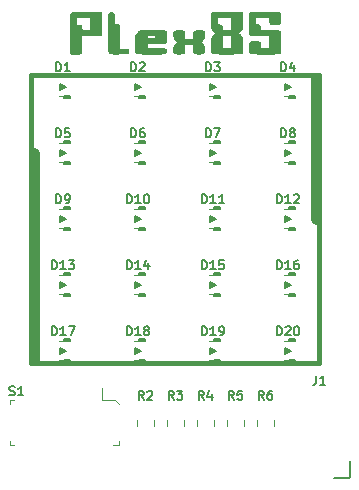
<source format=gto>
G04 #@! TF.GenerationSoftware,KiCad,Pcbnew,(5.0.2)-1*
G04 #@! TF.CreationDate,2019-03-01T12:21:37-06:00*
G04 #@! TF.ProjectId,matrix_badge,6d617472-6978-45f6-9261-6467652e6b69,rev?*
G04 #@! TF.SameCoordinates,Original*
G04 #@! TF.FileFunction,Legend,Top*
G04 #@! TF.FilePolarity,Positive*
%FSLAX46Y46*%
G04 Gerber Fmt 4.6, Leading zero omitted, Abs format (unit mm)*
G04 Created by KiCad (PCBNEW (5.0.2)-1) date 3/1/2019 12:21:37 PM*
%MOMM*%
%LPD*%
G01*
G04 APERTURE LIST*
%ADD10C,0.965200*%
%ADD11C,0.457200*%
%ADD12C,0.127000*%
%ADD13C,0.150000*%
%ADD14C,0.100000*%
%ADD15C,0.120000*%
%ADD16C,0.010000*%
G04 APERTURE END LIST*
D10*
X154178000Y-94488000D02*
X154178000Y-82550000D01*
X130302000Y-106426000D02*
X130302000Y-88900000D01*
D11*
X130048000Y-82296000D02*
X130048000Y-106680000D01*
X130048000Y-106680000D02*
X154432000Y-106680000D01*
X154432000Y-82296000D02*
X154432000Y-106680000D01*
X130048000Y-82296000D02*
X154432000Y-82296000D01*
D12*
X157048200Y-116332000D02*
X157048200Y-115036600D01*
X156972000Y-116408200D02*
X157048200Y-116332000D01*
X155676600Y-116408200D02*
X156972000Y-116408200D01*
D13*
G36*
X132842000Y-104851200D02*
X133350000Y-104851200D01*
X133350000Y-104673400D01*
X132842000Y-104673400D01*
X132842000Y-104851200D01*
G37*
X132842000Y-104851200D02*
X133350000Y-104851200D01*
X133350000Y-104673400D01*
X132842000Y-104673400D01*
X132842000Y-104851200D01*
G36*
X145161000Y-105410000D02*
X145669000Y-105664000D01*
X145161000Y-105918000D01*
X145161000Y-105410000D01*
G37*
X145161000Y-105410000D02*
X145669000Y-105664000D01*
X145161000Y-105918000D01*
X145161000Y-105410000D01*
G36*
X132461000Y-105410000D02*
X132969000Y-105664000D01*
X132461000Y-105918000D01*
X132461000Y-105410000D01*
G37*
X132461000Y-105410000D02*
X132969000Y-105664000D01*
X132461000Y-105918000D01*
X132461000Y-105410000D01*
G36*
X138811000Y-105410000D02*
X139319000Y-105664000D01*
X138811000Y-105918000D01*
X138811000Y-105410000D01*
G37*
X138811000Y-105410000D02*
X139319000Y-105664000D01*
X138811000Y-105918000D01*
X138811000Y-105410000D01*
G36*
X145542000Y-104851200D02*
X146050000Y-104851200D01*
X146050000Y-104673400D01*
X145542000Y-104673400D01*
X145542000Y-104851200D01*
G37*
X145542000Y-104851200D02*
X146050000Y-104851200D01*
X146050000Y-104673400D01*
X145542000Y-104673400D01*
X145542000Y-104851200D01*
G36*
X145542000Y-106654600D02*
X146050000Y-106654600D01*
X146050000Y-106476800D01*
X145542000Y-106476800D01*
X145542000Y-106654600D01*
G37*
X145542000Y-106654600D02*
X146050000Y-106654600D01*
X146050000Y-106476800D01*
X145542000Y-106476800D01*
X145542000Y-106654600D01*
G36*
X151892000Y-106654600D02*
X152400000Y-106654600D01*
X152400000Y-106476800D01*
X151892000Y-106476800D01*
X151892000Y-106654600D01*
G37*
X151892000Y-106654600D02*
X152400000Y-106654600D01*
X152400000Y-106476800D01*
X151892000Y-106476800D01*
X151892000Y-106654600D01*
G36*
X132842000Y-106654600D02*
X133350000Y-106654600D01*
X133350000Y-106476800D01*
X132842000Y-106476800D01*
X132842000Y-106654600D01*
G37*
X132842000Y-106654600D02*
X133350000Y-106654600D01*
X133350000Y-106476800D01*
X132842000Y-106476800D01*
X132842000Y-106654600D01*
G36*
X151511000Y-105410000D02*
X152019000Y-105664000D01*
X151511000Y-105918000D01*
X151511000Y-105410000D01*
G37*
X151511000Y-105410000D02*
X152019000Y-105664000D01*
X151511000Y-105918000D01*
X151511000Y-105410000D01*
G36*
X139192000Y-106654600D02*
X139700000Y-106654600D01*
X139700000Y-106476800D01*
X139192000Y-106476800D01*
X139192000Y-106654600D01*
G37*
X139192000Y-106654600D02*
X139700000Y-106654600D01*
X139700000Y-106476800D01*
X139192000Y-106476800D01*
X139192000Y-106654600D01*
G36*
X151892000Y-104851200D02*
X152400000Y-104851200D01*
X152400000Y-104673400D01*
X151892000Y-104673400D01*
X151892000Y-104851200D01*
G37*
X151892000Y-104851200D02*
X152400000Y-104851200D01*
X152400000Y-104673400D01*
X151892000Y-104673400D01*
X151892000Y-104851200D01*
G36*
X139192000Y-104851200D02*
X139700000Y-104851200D01*
X139700000Y-104673400D01*
X139192000Y-104673400D01*
X139192000Y-104851200D01*
G37*
X139192000Y-104851200D02*
X139700000Y-104851200D01*
X139700000Y-104673400D01*
X139192000Y-104673400D01*
X139192000Y-104851200D01*
G36*
X132842000Y-99263200D02*
X133350000Y-99263200D01*
X133350000Y-99085400D01*
X132842000Y-99085400D01*
X132842000Y-99263200D01*
G37*
X132842000Y-99263200D02*
X133350000Y-99263200D01*
X133350000Y-99085400D01*
X132842000Y-99085400D01*
X132842000Y-99263200D01*
G36*
X145161000Y-99822000D02*
X145669000Y-100076000D01*
X145161000Y-100330000D01*
X145161000Y-99822000D01*
G37*
X145161000Y-99822000D02*
X145669000Y-100076000D01*
X145161000Y-100330000D01*
X145161000Y-99822000D01*
G36*
X132461000Y-99822000D02*
X132969000Y-100076000D01*
X132461000Y-100330000D01*
X132461000Y-99822000D01*
G37*
X132461000Y-99822000D02*
X132969000Y-100076000D01*
X132461000Y-100330000D01*
X132461000Y-99822000D01*
G36*
X138811000Y-99822000D02*
X139319000Y-100076000D01*
X138811000Y-100330000D01*
X138811000Y-99822000D01*
G37*
X138811000Y-99822000D02*
X139319000Y-100076000D01*
X138811000Y-100330000D01*
X138811000Y-99822000D01*
G36*
X145542000Y-99263200D02*
X146050000Y-99263200D01*
X146050000Y-99085400D01*
X145542000Y-99085400D01*
X145542000Y-99263200D01*
G37*
X145542000Y-99263200D02*
X146050000Y-99263200D01*
X146050000Y-99085400D01*
X145542000Y-99085400D01*
X145542000Y-99263200D01*
G36*
X145542000Y-101066600D02*
X146050000Y-101066600D01*
X146050000Y-100888800D01*
X145542000Y-100888800D01*
X145542000Y-101066600D01*
G37*
X145542000Y-101066600D02*
X146050000Y-101066600D01*
X146050000Y-100888800D01*
X145542000Y-100888800D01*
X145542000Y-101066600D01*
G36*
X151892000Y-101066600D02*
X152400000Y-101066600D01*
X152400000Y-100888800D01*
X151892000Y-100888800D01*
X151892000Y-101066600D01*
G37*
X151892000Y-101066600D02*
X152400000Y-101066600D01*
X152400000Y-100888800D01*
X151892000Y-100888800D01*
X151892000Y-101066600D01*
G36*
X132842000Y-101066600D02*
X133350000Y-101066600D01*
X133350000Y-100888800D01*
X132842000Y-100888800D01*
X132842000Y-101066600D01*
G37*
X132842000Y-101066600D02*
X133350000Y-101066600D01*
X133350000Y-100888800D01*
X132842000Y-100888800D01*
X132842000Y-101066600D01*
G36*
X151511000Y-99822000D02*
X152019000Y-100076000D01*
X151511000Y-100330000D01*
X151511000Y-99822000D01*
G37*
X151511000Y-99822000D02*
X152019000Y-100076000D01*
X151511000Y-100330000D01*
X151511000Y-99822000D01*
G36*
X139192000Y-101066600D02*
X139700000Y-101066600D01*
X139700000Y-100888800D01*
X139192000Y-100888800D01*
X139192000Y-101066600D01*
G37*
X139192000Y-101066600D02*
X139700000Y-101066600D01*
X139700000Y-100888800D01*
X139192000Y-100888800D01*
X139192000Y-101066600D01*
G36*
X151892000Y-99263200D02*
X152400000Y-99263200D01*
X152400000Y-99085400D01*
X151892000Y-99085400D01*
X151892000Y-99263200D01*
G37*
X151892000Y-99263200D02*
X152400000Y-99263200D01*
X152400000Y-99085400D01*
X151892000Y-99085400D01*
X151892000Y-99263200D01*
G36*
X139192000Y-99263200D02*
X139700000Y-99263200D01*
X139700000Y-99085400D01*
X139192000Y-99085400D01*
X139192000Y-99263200D01*
G37*
X139192000Y-99263200D02*
X139700000Y-99263200D01*
X139700000Y-99085400D01*
X139192000Y-99085400D01*
X139192000Y-99263200D01*
G36*
X132842000Y-93675200D02*
X133350000Y-93675200D01*
X133350000Y-93497400D01*
X132842000Y-93497400D01*
X132842000Y-93675200D01*
G37*
X132842000Y-93675200D02*
X133350000Y-93675200D01*
X133350000Y-93497400D01*
X132842000Y-93497400D01*
X132842000Y-93675200D01*
G36*
X145161000Y-94234000D02*
X145669000Y-94488000D01*
X145161000Y-94742000D01*
X145161000Y-94234000D01*
G37*
X145161000Y-94234000D02*
X145669000Y-94488000D01*
X145161000Y-94742000D01*
X145161000Y-94234000D01*
G36*
X132461000Y-94234000D02*
X132969000Y-94488000D01*
X132461000Y-94742000D01*
X132461000Y-94234000D01*
G37*
X132461000Y-94234000D02*
X132969000Y-94488000D01*
X132461000Y-94742000D01*
X132461000Y-94234000D01*
G36*
X138811000Y-94234000D02*
X139319000Y-94488000D01*
X138811000Y-94742000D01*
X138811000Y-94234000D01*
G37*
X138811000Y-94234000D02*
X139319000Y-94488000D01*
X138811000Y-94742000D01*
X138811000Y-94234000D01*
G36*
X145542000Y-93675200D02*
X146050000Y-93675200D01*
X146050000Y-93497400D01*
X145542000Y-93497400D01*
X145542000Y-93675200D01*
G37*
X145542000Y-93675200D02*
X146050000Y-93675200D01*
X146050000Y-93497400D01*
X145542000Y-93497400D01*
X145542000Y-93675200D01*
G36*
X145542000Y-95478600D02*
X146050000Y-95478600D01*
X146050000Y-95300800D01*
X145542000Y-95300800D01*
X145542000Y-95478600D01*
G37*
X145542000Y-95478600D02*
X146050000Y-95478600D01*
X146050000Y-95300800D01*
X145542000Y-95300800D01*
X145542000Y-95478600D01*
G36*
X151892000Y-95478600D02*
X152400000Y-95478600D01*
X152400000Y-95300800D01*
X151892000Y-95300800D01*
X151892000Y-95478600D01*
G37*
X151892000Y-95478600D02*
X152400000Y-95478600D01*
X152400000Y-95300800D01*
X151892000Y-95300800D01*
X151892000Y-95478600D01*
G36*
X132842000Y-95478600D02*
X133350000Y-95478600D01*
X133350000Y-95300800D01*
X132842000Y-95300800D01*
X132842000Y-95478600D01*
G37*
X132842000Y-95478600D02*
X133350000Y-95478600D01*
X133350000Y-95300800D01*
X132842000Y-95300800D01*
X132842000Y-95478600D01*
G36*
X151511000Y-94234000D02*
X152019000Y-94488000D01*
X151511000Y-94742000D01*
X151511000Y-94234000D01*
G37*
X151511000Y-94234000D02*
X152019000Y-94488000D01*
X151511000Y-94742000D01*
X151511000Y-94234000D01*
G36*
X139192000Y-95478600D02*
X139700000Y-95478600D01*
X139700000Y-95300800D01*
X139192000Y-95300800D01*
X139192000Y-95478600D01*
G37*
X139192000Y-95478600D02*
X139700000Y-95478600D01*
X139700000Y-95300800D01*
X139192000Y-95300800D01*
X139192000Y-95478600D01*
G36*
X151892000Y-93675200D02*
X152400000Y-93675200D01*
X152400000Y-93497400D01*
X151892000Y-93497400D01*
X151892000Y-93675200D01*
G37*
X151892000Y-93675200D02*
X152400000Y-93675200D01*
X152400000Y-93497400D01*
X151892000Y-93497400D01*
X151892000Y-93675200D01*
G36*
X139192000Y-93675200D02*
X139700000Y-93675200D01*
X139700000Y-93497400D01*
X139192000Y-93497400D01*
X139192000Y-93675200D01*
G37*
X139192000Y-93675200D02*
X139700000Y-93675200D01*
X139700000Y-93497400D01*
X139192000Y-93497400D01*
X139192000Y-93675200D01*
G36*
X132842000Y-88087200D02*
X133350000Y-88087200D01*
X133350000Y-87909400D01*
X132842000Y-87909400D01*
X132842000Y-88087200D01*
G37*
X132842000Y-88087200D02*
X133350000Y-88087200D01*
X133350000Y-87909400D01*
X132842000Y-87909400D01*
X132842000Y-88087200D01*
G36*
X145161000Y-88646000D02*
X145669000Y-88900000D01*
X145161000Y-89154000D01*
X145161000Y-88646000D01*
G37*
X145161000Y-88646000D02*
X145669000Y-88900000D01*
X145161000Y-89154000D01*
X145161000Y-88646000D01*
G36*
X132461000Y-88646000D02*
X132969000Y-88900000D01*
X132461000Y-89154000D01*
X132461000Y-88646000D01*
G37*
X132461000Y-88646000D02*
X132969000Y-88900000D01*
X132461000Y-89154000D01*
X132461000Y-88646000D01*
G36*
X138811000Y-88646000D02*
X139319000Y-88900000D01*
X138811000Y-89154000D01*
X138811000Y-88646000D01*
G37*
X138811000Y-88646000D02*
X139319000Y-88900000D01*
X138811000Y-89154000D01*
X138811000Y-88646000D01*
G36*
X145542000Y-88087200D02*
X146050000Y-88087200D01*
X146050000Y-87909400D01*
X145542000Y-87909400D01*
X145542000Y-88087200D01*
G37*
X145542000Y-88087200D02*
X146050000Y-88087200D01*
X146050000Y-87909400D01*
X145542000Y-87909400D01*
X145542000Y-88087200D01*
G36*
X145542000Y-89890600D02*
X146050000Y-89890600D01*
X146050000Y-89712800D01*
X145542000Y-89712800D01*
X145542000Y-89890600D01*
G37*
X145542000Y-89890600D02*
X146050000Y-89890600D01*
X146050000Y-89712800D01*
X145542000Y-89712800D01*
X145542000Y-89890600D01*
G36*
X151892000Y-89890600D02*
X152400000Y-89890600D01*
X152400000Y-89712800D01*
X151892000Y-89712800D01*
X151892000Y-89890600D01*
G37*
X151892000Y-89890600D02*
X152400000Y-89890600D01*
X152400000Y-89712800D01*
X151892000Y-89712800D01*
X151892000Y-89890600D01*
G36*
X132842000Y-89890600D02*
X133350000Y-89890600D01*
X133350000Y-89712800D01*
X132842000Y-89712800D01*
X132842000Y-89890600D01*
G37*
X132842000Y-89890600D02*
X133350000Y-89890600D01*
X133350000Y-89712800D01*
X132842000Y-89712800D01*
X132842000Y-89890600D01*
G36*
X151511000Y-88646000D02*
X152019000Y-88900000D01*
X151511000Y-89154000D01*
X151511000Y-88646000D01*
G37*
X151511000Y-88646000D02*
X152019000Y-88900000D01*
X151511000Y-89154000D01*
X151511000Y-88646000D01*
G36*
X139192000Y-89890600D02*
X139700000Y-89890600D01*
X139700000Y-89712800D01*
X139192000Y-89712800D01*
X139192000Y-89890600D01*
G37*
X139192000Y-89890600D02*
X139700000Y-89890600D01*
X139700000Y-89712800D01*
X139192000Y-89712800D01*
X139192000Y-89890600D01*
G36*
X151892000Y-88087200D02*
X152400000Y-88087200D01*
X152400000Y-87909400D01*
X151892000Y-87909400D01*
X151892000Y-88087200D01*
G37*
X151892000Y-88087200D02*
X152400000Y-88087200D01*
X152400000Y-87909400D01*
X151892000Y-87909400D01*
X151892000Y-88087200D01*
G36*
X139192000Y-88087200D02*
X139700000Y-88087200D01*
X139700000Y-87909400D01*
X139192000Y-87909400D01*
X139192000Y-88087200D01*
G37*
X139192000Y-88087200D02*
X139700000Y-88087200D01*
X139700000Y-87909400D01*
X139192000Y-87909400D01*
X139192000Y-88087200D01*
G36*
X151511000Y-83058000D02*
X152019000Y-83312000D01*
X151511000Y-83566000D01*
X151511000Y-83058000D01*
G37*
X151511000Y-83058000D02*
X152019000Y-83312000D01*
X151511000Y-83566000D01*
X151511000Y-83058000D01*
G36*
X145161000Y-83058000D02*
X145669000Y-83312000D01*
X145161000Y-83566000D01*
X145161000Y-83058000D01*
G37*
X145161000Y-83058000D02*
X145669000Y-83312000D01*
X145161000Y-83566000D01*
X145161000Y-83058000D01*
G36*
X138811000Y-83058000D02*
X139319000Y-83312000D01*
X138811000Y-83566000D01*
X138811000Y-83058000D01*
G37*
X138811000Y-83058000D02*
X139319000Y-83312000D01*
X138811000Y-83566000D01*
X138811000Y-83058000D01*
G36*
X132461000Y-83058000D02*
X132969000Y-83312000D01*
X132461000Y-83566000D01*
X132461000Y-83058000D01*
G37*
X132461000Y-83058000D02*
X132969000Y-83312000D01*
X132461000Y-83566000D01*
X132461000Y-83058000D01*
G36*
X151892000Y-82499200D02*
X152400000Y-82499200D01*
X152400000Y-82321400D01*
X151892000Y-82321400D01*
X151892000Y-82499200D01*
G37*
X151892000Y-82499200D02*
X152400000Y-82499200D01*
X152400000Y-82321400D01*
X151892000Y-82321400D01*
X151892000Y-82499200D01*
G36*
X151892000Y-84302600D02*
X152400000Y-84302600D01*
X152400000Y-84124800D01*
X151892000Y-84124800D01*
X151892000Y-84302600D01*
G37*
X151892000Y-84302600D02*
X152400000Y-84302600D01*
X152400000Y-84124800D01*
X151892000Y-84124800D01*
X151892000Y-84302600D01*
G36*
X145542000Y-82499200D02*
X146050000Y-82499200D01*
X146050000Y-82321400D01*
X145542000Y-82321400D01*
X145542000Y-82499200D01*
G37*
X145542000Y-82499200D02*
X146050000Y-82499200D01*
X146050000Y-82321400D01*
X145542000Y-82321400D01*
X145542000Y-82499200D01*
G36*
X145542000Y-84302600D02*
X146050000Y-84302600D01*
X146050000Y-84124800D01*
X145542000Y-84124800D01*
X145542000Y-84302600D01*
G37*
X145542000Y-84302600D02*
X146050000Y-84302600D01*
X146050000Y-84124800D01*
X145542000Y-84124800D01*
X145542000Y-84302600D01*
G36*
X139192000Y-82499200D02*
X139700000Y-82499200D01*
X139700000Y-82321400D01*
X139192000Y-82321400D01*
X139192000Y-82499200D01*
G37*
X139192000Y-82499200D02*
X139700000Y-82499200D01*
X139700000Y-82321400D01*
X139192000Y-82321400D01*
X139192000Y-82499200D01*
G36*
X139192000Y-84302600D02*
X139700000Y-84302600D01*
X139700000Y-84124800D01*
X139192000Y-84124800D01*
X139192000Y-84302600D01*
G37*
X139192000Y-84302600D02*
X139700000Y-84302600D01*
X139700000Y-84124800D01*
X139192000Y-84124800D01*
X139192000Y-84302600D01*
G36*
X132842000Y-84302600D02*
X133350000Y-84302600D01*
X133350000Y-84124800D01*
X132842000Y-84124800D01*
X132842000Y-84302600D01*
G37*
X132842000Y-84302600D02*
X133350000Y-84302600D01*
X133350000Y-84124800D01*
X132842000Y-84124800D01*
X132842000Y-84302600D01*
G36*
X132842000Y-82499200D02*
X133350000Y-82499200D01*
X133350000Y-82321400D01*
X132842000Y-82321400D01*
X132842000Y-82499200D01*
G37*
X132842000Y-82499200D02*
X133350000Y-82499200D01*
X133350000Y-82321400D01*
X132842000Y-82321400D01*
X132842000Y-82499200D01*
D14*
G04 #@! TO.C,S1*
X137467000Y-110210000D02*
X137117000Y-109835000D01*
X137117000Y-109835000D02*
X136017000Y-109835000D01*
X136017000Y-109835000D02*
X136017000Y-108785000D01*
X136992000Y-113685000D02*
X137467000Y-113685000D01*
X137467000Y-113685000D02*
X137467000Y-113285000D01*
X128217000Y-110210000D02*
X128217000Y-109835000D01*
X128217000Y-109835000D02*
X128567000Y-109835000D01*
X128617000Y-113685000D02*
X128217000Y-113685000D01*
X128217000Y-113685000D02*
X128217000Y-113310000D01*
D15*
G04 #@! TO.C,R6*
X150570000Y-111498748D02*
X150570000Y-112021252D01*
X149150000Y-111498748D02*
X149150000Y-112021252D01*
G04 #@! TO.C,D1*
X132415000Y-82512001D02*
X133015000Y-82512001D01*
X132395000Y-84112000D02*
X132994999Y-84112000D01*
G04 #@! TO.C,D2*
X138745000Y-84112000D02*
X139345000Y-84112000D01*
X138765000Y-82512000D02*
X139365000Y-82512000D01*
G04 #@! TO.C,D3*
X145115000Y-82512000D02*
X145715000Y-82512000D01*
X145095000Y-84112000D02*
X145695000Y-84112000D01*
G04 #@! TO.C,D4*
X151445000Y-84112000D02*
X152045000Y-84112000D01*
X151465000Y-82512000D02*
X152065000Y-82512000D01*
G04 #@! TO.C,D5*
X132395000Y-89700000D02*
X132995000Y-89700000D01*
X132415000Y-88100000D02*
X133015000Y-88100000D01*
G04 #@! TO.C,D6*
X138765000Y-88100000D02*
X139365000Y-88100000D01*
X138745000Y-89700000D02*
X139345000Y-89700000D01*
G04 #@! TO.C,D7*
X145095000Y-89700000D02*
X145695000Y-89700000D01*
X145115000Y-88100000D02*
X145715000Y-88100000D01*
G04 #@! TO.C,D8*
X151465000Y-88100000D02*
X152065000Y-88100000D01*
X151445000Y-89700000D02*
X152045000Y-89700000D01*
G04 #@! TO.C,D9*
X132395000Y-95288000D02*
X132995000Y-95288000D01*
X132415000Y-93688000D02*
X133015000Y-93688000D01*
G04 #@! TO.C,D10*
X138765000Y-93688000D02*
X139365000Y-93688000D01*
X138745000Y-95288000D02*
X139345000Y-95288000D01*
G04 #@! TO.C,D11*
X145095000Y-95288000D02*
X145695000Y-95288000D01*
X145115000Y-93688000D02*
X145715000Y-93688000D01*
G04 #@! TO.C,D12*
X151465000Y-93688000D02*
X152065000Y-93688000D01*
X151445000Y-95288000D02*
X152045000Y-95288000D01*
G04 #@! TO.C,D13*
X132395000Y-100876000D02*
X132995000Y-100876000D01*
X132415000Y-99276000D02*
X133015000Y-99276000D01*
G04 #@! TO.C,D14*
X138765000Y-99276000D02*
X139365000Y-99276000D01*
X138745000Y-100876000D02*
X139345000Y-100876000D01*
G04 #@! TO.C,D15*
X145095000Y-100876000D02*
X145695000Y-100876000D01*
X145115000Y-99276000D02*
X145715000Y-99276000D01*
G04 #@! TO.C,D16*
X151465000Y-99276000D02*
X152065000Y-99276000D01*
X151445000Y-100876000D02*
X152045000Y-100876000D01*
G04 #@! TO.C,D17*
X132395000Y-106464000D02*
X132995000Y-106464000D01*
X132415000Y-104864000D02*
X133015000Y-104864000D01*
G04 #@! TO.C,D18*
X138765000Y-104864000D02*
X139365000Y-104864000D01*
X138745000Y-106464000D02*
X139345000Y-106464000D01*
G04 #@! TO.C,D19*
X145095000Y-106464000D02*
X145695000Y-106464000D01*
X145115000Y-104864000D02*
X145715000Y-104864000D01*
G04 #@! TO.C,D20*
X151465000Y-104864000D02*
X152065000Y-104864000D01*
X151445000Y-106464000D02*
X152045000Y-106464000D01*
G04 #@! TO.C,R2*
X140410000Y-111498748D02*
X140410000Y-112021252D01*
X138990000Y-111498748D02*
X138990000Y-112021252D01*
G04 #@! TO.C,R3*
X141530000Y-111498748D02*
X141530000Y-112021252D01*
X142950000Y-111498748D02*
X142950000Y-112021252D01*
G04 #@! TO.C,R4*
X145490000Y-111498748D02*
X145490000Y-112021252D01*
X144070000Y-111498748D02*
X144070000Y-112021252D01*
G04 #@! TO.C,R5*
X146610000Y-111498748D02*
X146610000Y-112021252D01*
X148030000Y-111498748D02*
X148030000Y-112021252D01*
D16*
G04 #@! TO.C,G\002A\002A\002A*
G36*
X150007487Y-76972296D02*
X150196257Y-76973113D01*
X150375886Y-76974425D01*
X150541850Y-76976228D01*
X150689623Y-76978522D01*
X150814680Y-76981306D01*
X150912495Y-76984577D01*
X150978545Y-76988335D01*
X151007863Y-76992397D01*
X151058572Y-77031975D01*
X151102345Y-77105893D01*
X151117965Y-77145095D01*
X151128810Y-77185485D01*
X151135514Y-77234798D01*
X151138706Y-77300765D01*
X151139019Y-77391119D01*
X151137085Y-77513593D01*
X151136798Y-77527616D01*
X151131441Y-77688329D01*
X151119914Y-77812836D01*
X151097836Y-77905530D01*
X151060827Y-77970806D01*
X151004508Y-78013057D01*
X150924498Y-78036677D01*
X150816417Y-78046061D01*
X150675885Y-78045602D01*
X150622000Y-78044051D01*
X150502601Y-78038192D01*
X150403833Y-78029308D01*
X150333002Y-78018201D01*
X150302939Y-78009056D01*
X150255559Y-77976300D01*
X150221908Y-77927076D01*
X150200165Y-77855439D01*
X150188510Y-77755445D01*
X150185120Y-77624409D01*
X150185120Y-77398880D01*
X148965920Y-77398880D01*
X148965920Y-78028800D01*
X149070242Y-78028800D01*
X149203374Y-78041131D01*
X149309217Y-78077297D01*
X149383683Y-78135536D01*
X149408505Y-78169566D01*
X149423392Y-78206500D01*
X149430799Y-78257718D01*
X149433179Y-78334602D01*
X149433280Y-78365639D01*
X149433280Y-78536800D01*
X150190200Y-78536831D01*
X150388070Y-78536992D01*
X150549485Y-78537578D01*
X150678628Y-78538767D01*
X150779684Y-78540740D01*
X150856836Y-78543676D01*
X150914268Y-78547756D01*
X150956164Y-78553158D01*
X150986708Y-78560063D01*
X151010084Y-78568650D01*
X151017957Y-78572391D01*
X151071755Y-78609153D01*
X151110846Y-78652735D01*
X151114177Y-78658720D01*
X151121152Y-78683860D01*
X151126869Y-78730686D01*
X151131419Y-78802133D01*
X151134892Y-78901137D01*
X151137378Y-79030631D01*
X151138966Y-79193552D01*
X151139747Y-79392835D01*
X151139860Y-79496508D01*
X151139747Y-79713685D01*
X151138893Y-79893960D01*
X151136797Y-80041071D01*
X151132957Y-80158757D01*
X151126872Y-80250754D01*
X151118042Y-80320801D01*
X151105963Y-80372636D01*
X151090136Y-80409997D01*
X151070058Y-80436620D01*
X151045229Y-80456245D01*
X151015147Y-80472609D01*
X151008509Y-80475794D01*
X150971875Y-80483432D01*
X150899235Y-80490127D01*
X150795212Y-80495883D01*
X150664427Y-80500700D01*
X150511505Y-80504581D01*
X150341068Y-80507528D01*
X150157738Y-80509542D01*
X149966139Y-80510626D01*
X149770893Y-80510782D01*
X149576622Y-80510011D01*
X149387950Y-80508317D01*
X149209500Y-80505699D01*
X149045894Y-80502161D01*
X148901755Y-80497705D01*
X148781705Y-80492333D01*
X148690368Y-80486045D01*
X148632366Y-80478846D01*
X148616983Y-80474771D01*
X148569332Y-80450317D01*
X148533814Y-80418145D01*
X148508756Y-80372455D01*
X148492490Y-80307443D01*
X148483345Y-80217307D01*
X148479651Y-80096245D01*
X148479386Y-79996769D01*
X148481541Y-79836034D01*
X148489148Y-79711240D01*
X148505907Y-79617725D01*
X148535519Y-79550827D01*
X148581684Y-79505883D01*
X148648104Y-79478233D01*
X148738480Y-79463215D01*
X148856512Y-79456166D01*
X148909789Y-79454597D01*
X149064700Y-79453812D01*
X149184699Y-79460968D01*
X149274916Y-79477055D01*
X149340482Y-79503069D01*
X149386525Y-79540002D01*
X149393412Y-79548237D01*
X149411161Y-79576088D01*
X149422805Y-79611448D01*
X149429558Y-79662911D01*
X149432639Y-79739074D01*
X149433280Y-79829860D01*
X149433280Y-80060800D01*
X150185120Y-80060800D01*
X150185120Y-78963520D01*
X149428200Y-78963488D01*
X149230329Y-78963327D01*
X149068914Y-78962741D01*
X148939771Y-78961552D01*
X148838715Y-78959579D01*
X148761563Y-78956643D01*
X148704131Y-78952563D01*
X148662235Y-78947161D01*
X148631691Y-78940256D01*
X148608315Y-78931669D01*
X148600442Y-78927928D01*
X148571108Y-78912786D01*
X148546874Y-78896986D01*
X148527279Y-78876760D01*
X148511863Y-78848339D01*
X148500165Y-78807958D01*
X148491726Y-78751847D01*
X148486085Y-78676239D01*
X148482782Y-78577367D01*
X148481357Y-78451463D01*
X148481349Y-78294759D01*
X148482298Y-78103489D01*
X148483152Y-77967840D01*
X148484596Y-77761344D01*
X148486169Y-77591517D01*
X148488057Y-77454388D01*
X148490446Y-77345987D01*
X148493523Y-77262342D01*
X148497474Y-77199482D01*
X148502487Y-77153437D01*
X148508746Y-77120236D01*
X148516439Y-77095907D01*
X148524933Y-77077967D01*
X148563133Y-77027622D01*
X148607850Y-76993634D01*
X148612616Y-76991607D01*
X148643903Y-76987404D01*
X148711302Y-76983711D01*
X148810287Y-76980524D01*
X148936334Y-76977844D01*
X149084916Y-76975667D01*
X149251510Y-76973993D01*
X149431589Y-76972821D01*
X149620628Y-76972149D01*
X149814103Y-76971975D01*
X150007487Y-76972296D01*
X150007487Y-76972296D01*
G37*
X150007487Y-76972296D02*
X150196257Y-76973113D01*
X150375886Y-76974425D01*
X150541850Y-76976228D01*
X150689623Y-76978522D01*
X150814680Y-76981306D01*
X150912495Y-76984577D01*
X150978545Y-76988335D01*
X151007863Y-76992397D01*
X151058572Y-77031975D01*
X151102345Y-77105893D01*
X151117965Y-77145095D01*
X151128810Y-77185485D01*
X151135514Y-77234798D01*
X151138706Y-77300765D01*
X151139019Y-77391119D01*
X151137085Y-77513593D01*
X151136798Y-77527616D01*
X151131441Y-77688329D01*
X151119914Y-77812836D01*
X151097836Y-77905530D01*
X151060827Y-77970806D01*
X151004508Y-78013057D01*
X150924498Y-78036677D01*
X150816417Y-78046061D01*
X150675885Y-78045602D01*
X150622000Y-78044051D01*
X150502601Y-78038192D01*
X150403833Y-78029308D01*
X150333002Y-78018201D01*
X150302939Y-78009056D01*
X150255559Y-77976300D01*
X150221908Y-77927076D01*
X150200165Y-77855439D01*
X150188510Y-77755445D01*
X150185120Y-77624409D01*
X150185120Y-77398880D01*
X148965920Y-77398880D01*
X148965920Y-78028800D01*
X149070242Y-78028800D01*
X149203374Y-78041131D01*
X149309217Y-78077297D01*
X149383683Y-78135536D01*
X149408505Y-78169566D01*
X149423392Y-78206500D01*
X149430799Y-78257718D01*
X149433179Y-78334602D01*
X149433280Y-78365639D01*
X149433280Y-78536800D01*
X150190200Y-78536831D01*
X150388070Y-78536992D01*
X150549485Y-78537578D01*
X150678628Y-78538767D01*
X150779684Y-78540740D01*
X150856836Y-78543676D01*
X150914268Y-78547756D01*
X150956164Y-78553158D01*
X150986708Y-78560063D01*
X151010084Y-78568650D01*
X151017957Y-78572391D01*
X151071755Y-78609153D01*
X151110846Y-78652735D01*
X151114177Y-78658720D01*
X151121152Y-78683860D01*
X151126869Y-78730686D01*
X151131419Y-78802133D01*
X151134892Y-78901137D01*
X151137378Y-79030631D01*
X151138966Y-79193552D01*
X151139747Y-79392835D01*
X151139860Y-79496508D01*
X151139747Y-79713685D01*
X151138893Y-79893960D01*
X151136797Y-80041071D01*
X151132957Y-80158757D01*
X151126872Y-80250754D01*
X151118042Y-80320801D01*
X151105963Y-80372636D01*
X151090136Y-80409997D01*
X151070058Y-80436620D01*
X151045229Y-80456245D01*
X151015147Y-80472609D01*
X151008509Y-80475794D01*
X150971875Y-80483432D01*
X150899235Y-80490127D01*
X150795212Y-80495883D01*
X150664427Y-80500700D01*
X150511505Y-80504581D01*
X150341068Y-80507528D01*
X150157738Y-80509542D01*
X149966139Y-80510626D01*
X149770893Y-80510782D01*
X149576622Y-80510011D01*
X149387950Y-80508317D01*
X149209500Y-80505699D01*
X149045894Y-80502161D01*
X148901755Y-80497705D01*
X148781705Y-80492333D01*
X148690368Y-80486045D01*
X148632366Y-80478846D01*
X148616983Y-80474771D01*
X148569332Y-80450317D01*
X148533814Y-80418145D01*
X148508756Y-80372455D01*
X148492490Y-80307443D01*
X148483345Y-80217307D01*
X148479651Y-80096245D01*
X148479386Y-79996769D01*
X148481541Y-79836034D01*
X148489148Y-79711240D01*
X148505907Y-79617725D01*
X148535519Y-79550827D01*
X148581684Y-79505883D01*
X148648104Y-79478233D01*
X148738480Y-79463215D01*
X148856512Y-79456166D01*
X148909789Y-79454597D01*
X149064700Y-79453812D01*
X149184699Y-79460968D01*
X149274916Y-79477055D01*
X149340482Y-79503069D01*
X149386525Y-79540002D01*
X149393412Y-79548237D01*
X149411161Y-79576088D01*
X149422805Y-79611448D01*
X149429558Y-79662911D01*
X149432639Y-79739074D01*
X149433280Y-79829860D01*
X149433280Y-80060800D01*
X150185120Y-80060800D01*
X150185120Y-78963520D01*
X149428200Y-78963488D01*
X149230329Y-78963327D01*
X149068914Y-78962741D01*
X148939771Y-78961552D01*
X148838715Y-78959579D01*
X148761563Y-78956643D01*
X148704131Y-78952563D01*
X148662235Y-78947161D01*
X148631691Y-78940256D01*
X148608315Y-78931669D01*
X148600442Y-78927928D01*
X148571108Y-78912786D01*
X148546874Y-78896986D01*
X148527279Y-78876760D01*
X148511863Y-78848339D01*
X148500165Y-78807958D01*
X148491726Y-78751847D01*
X148486085Y-78676239D01*
X148482782Y-78577367D01*
X148481357Y-78451463D01*
X148481349Y-78294759D01*
X148482298Y-78103489D01*
X148483152Y-77967840D01*
X148484596Y-77761344D01*
X148486169Y-77591517D01*
X148488057Y-77454388D01*
X148490446Y-77345987D01*
X148493523Y-77262342D01*
X148497474Y-77199482D01*
X148502487Y-77153437D01*
X148508746Y-77120236D01*
X148516439Y-77095907D01*
X148524933Y-77077967D01*
X148563133Y-77027622D01*
X148607850Y-76993634D01*
X148612616Y-76991607D01*
X148643903Y-76987404D01*
X148711302Y-76983711D01*
X148810287Y-76980524D01*
X148936334Y-76977844D01*
X149084916Y-76975667D01*
X149251510Y-76973993D01*
X149431589Y-76972821D01*
X149620628Y-76972149D01*
X149814103Y-76971975D01*
X150007487Y-76972296D01*
G36*
X146598422Y-76974197D02*
X146793001Y-76975629D01*
X146983271Y-76977778D01*
X147164769Y-76980618D01*
X147333032Y-76984125D01*
X147483598Y-76988272D01*
X147612004Y-76993034D01*
X147713787Y-76998386D01*
X147784486Y-77004302D01*
X147819638Y-77010756D01*
X147821473Y-77011704D01*
X147845937Y-77030238D01*
X147865399Y-77052828D01*
X147880428Y-77084021D01*
X147891591Y-77128366D01*
X147899456Y-77190408D01*
X147904590Y-77274696D01*
X147907560Y-77385777D01*
X147908934Y-77528198D01*
X147909279Y-77706506D01*
X147909280Y-77715375D01*
X147909280Y-78294118D01*
X147847724Y-78416060D01*
X147776137Y-78536861D01*
X147697364Y-78633066D01*
X147616812Y-78698748D01*
X147569345Y-78721216D01*
X147496251Y-78745339D01*
X147572790Y-78782568D01*
X147625719Y-78809821D01*
X147666193Y-78836839D01*
X147702350Y-78871793D01*
X147742324Y-78922852D01*
X147794251Y-78998186D01*
X147808116Y-79018872D01*
X147909280Y-79170124D01*
X147909280Y-79774480D01*
X147909216Y-79946914D01*
X147908807Y-80083313D01*
X147907729Y-80188285D01*
X147905654Y-80266433D01*
X147902258Y-80322365D01*
X147897214Y-80360685D01*
X147890198Y-80386000D01*
X147880883Y-80402915D01*
X147868943Y-80416036D01*
X147863560Y-80421070D01*
X147813355Y-80454324D01*
X147748506Y-80481904D01*
X147736560Y-80485458D01*
X147700915Y-80489626D01*
X147629364Y-80493339D01*
X147526635Y-80496590D01*
X147397458Y-80499373D01*
X147246563Y-80501679D01*
X147078681Y-80503502D01*
X146898541Y-80504834D01*
X146710873Y-80505668D01*
X146520408Y-80505997D01*
X146331874Y-80505813D01*
X146150003Y-80505109D01*
X145979524Y-80503877D01*
X145825167Y-80502111D01*
X145691662Y-80499804D01*
X145583739Y-80496947D01*
X145506128Y-80493534D01*
X145463558Y-80489557D01*
X145460720Y-80488968D01*
X145364184Y-80454130D01*
X145304144Y-80404505D01*
X145287027Y-80373201D01*
X145281967Y-80340046D01*
X145277402Y-80272025D01*
X145273510Y-80174914D01*
X145270474Y-80054487D01*
X145268471Y-79916518D01*
X145267685Y-79766780D01*
X145267680Y-79753701D01*
X145267680Y-79185087D01*
X145340930Y-79069223D01*
X145415618Y-78963520D01*
X146222720Y-78963520D01*
X146222720Y-80060800D01*
X146954240Y-80060800D01*
X146954240Y-78963520D01*
X146222720Y-78963520D01*
X145415618Y-78963520D01*
X145434153Y-78937289D01*
X145522870Y-78844046D01*
X145608529Y-78787986D01*
X145612730Y-78786144D01*
X145683460Y-78755855D01*
X145611711Y-78719045D01*
X145532631Y-78664080D01*
X145450215Y-78582954D01*
X145375136Y-78487654D01*
X145318070Y-78390166D01*
X145317221Y-78388353D01*
X145302684Y-78355979D01*
X145291336Y-78325161D01*
X145282783Y-78290553D01*
X145276626Y-78246809D01*
X145272469Y-78188582D01*
X145269915Y-78110528D01*
X145268567Y-78007298D01*
X145268029Y-77873548D01*
X145267910Y-77724000D01*
X145268115Y-77555280D01*
X145269032Y-77422179D01*
X145269466Y-77398880D01*
X145755360Y-77398880D01*
X145755360Y-78023455D01*
X145909101Y-78033322D01*
X146024628Y-78048790D01*
X146109276Y-78081398D01*
X146167119Y-78135925D01*
X146202227Y-78217152D01*
X146218674Y-78329859D01*
X146221174Y-78399640D01*
X146222720Y-78536800D01*
X146954240Y-78536800D01*
X146954240Y-77398880D01*
X145755360Y-77398880D01*
X145269466Y-77398880D01*
X145270942Y-77319677D01*
X145274127Y-77242756D01*
X145278868Y-77186396D01*
X145285449Y-77145578D01*
X145294150Y-77115283D01*
X145303271Y-77094362D01*
X145340056Y-77040449D01*
X145383657Y-77001141D01*
X145389600Y-76997796D01*
X145422150Y-76991624D01*
X145490554Y-76986400D01*
X145590349Y-76982097D01*
X145717072Y-76978690D01*
X145866261Y-76976153D01*
X146033453Y-76974460D01*
X146214185Y-76973587D01*
X146403996Y-76973508D01*
X146598422Y-76974197D01*
X146598422Y-76974197D01*
G37*
X146598422Y-76974197D02*
X146793001Y-76975629D01*
X146983271Y-76977778D01*
X147164769Y-76980618D01*
X147333032Y-76984125D01*
X147483598Y-76988272D01*
X147612004Y-76993034D01*
X147713787Y-76998386D01*
X147784486Y-77004302D01*
X147819638Y-77010756D01*
X147821473Y-77011704D01*
X147845937Y-77030238D01*
X147865399Y-77052828D01*
X147880428Y-77084021D01*
X147891591Y-77128366D01*
X147899456Y-77190408D01*
X147904590Y-77274696D01*
X147907560Y-77385777D01*
X147908934Y-77528198D01*
X147909279Y-77706506D01*
X147909280Y-77715375D01*
X147909280Y-78294118D01*
X147847724Y-78416060D01*
X147776137Y-78536861D01*
X147697364Y-78633066D01*
X147616812Y-78698748D01*
X147569345Y-78721216D01*
X147496251Y-78745339D01*
X147572790Y-78782568D01*
X147625719Y-78809821D01*
X147666193Y-78836839D01*
X147702350Y-78871793D01*
X147742324Y-78922852D01*
X147794251Y-78998186D01*
X147808116Y-79018872D01*
X147909280Y-79170124D01*
X147909280Y-79774480D01*
X147909216Y-79946914D01*
X147908807Y-80083313D01*
X147907729Y-80188285D01*
X147905654Y-80266433D01*
X147902258Y-80322365D01*
X147897214Y-80360685D01*
X147890198Y-80386000D01*
X147880883Y-80402915D01*
X147868943Y-80416036D01*
X147863560Y-80421070D01*
X147813355Y-80454324D01*
X147748506Y-80481904D01*
X147736560Y-80485458D01*
X147700915Y-80489626D01*
X147629364Y-80493339D01*
X147526635Y-80496590D01*
X147397458Y-80499373D01*
X147246563Y-80501679D01*
X147078681Y-80503502D01*
X146898541Y-80504834D01*
X146710873Y-80505668D01*
X146520408Y-80505997D01*
X146331874Y-80505813D01*
X146150003Y-80505109D01*
X145979524Y-80503877D01*
X145825167Y-80502111D01*
X145691662Y-80499804D01*
X145583739Y-80496947D01*
X145506128Y-80493534D01*
X145463558Y-80489557D01*
X145460720Y-80488968D01*
X145364184Y-80454130D01*
X145304144Y-80404505D01*
X145287027Y-80373201D01*
X145281967Y-80340046D01*
X145277402Y-80272025D01*
X145273510Y-80174914D01*
X145270474Y-80054487D01*
X145268471Y-79916518D01*
X145267685Y-79766780D01*
X145267680Y-79753701D01*
X145267680Y-79185087D01*
X145340930Y-79069223D01*
X145415618Y-78963520D01*
X146222720Y-78963520D01*
X146222720Y-80060800D01*
X146954240Y-80060800D01*
X146954240Y-78963520D01*
X146222720Y-78963520D01*
X145415618Y-78963520D01*
X145434153Y-78937289D01*
X145522870Y-78844046D01*
X145608529Y-78787986D01*
X145612730Y-78786144D01*
X145683460Y-78755855D01*
X145611711Y-78719045D01*
X145532631Y-78664080D01*
X145450215Y-78582954D01*
X145375136Y-78487654D01*
X145318070Y-78390166D01*
X145317221Y-78388353D01*
X145302684Y-78355979D01*
X145291336Y-78325161D01*
X145282783Y-78290553D01*
X145276626Y-78246809D01*
X145272469Y-78188582D01*
X145269915Y-78110528D01*
X145268567Y-78007298D01*
X145268029Y-77873548D01*
X145267910Y-77724000D01*
X145268115Y-77555280D01*
X145269032Y-77422179D01*
X145269466Y-77398880D01*
X145755360Y-77398880D01*
X145755360Y-78023455D01*
X145909101Y-78033322D01*
X146024628Y-78048790D01*
X146109276Y-78081398D01*
X146167119Y-78135925D01*
X146202227Y-78217152D01*
X146218674Y-78329859D01*
X146221174Y-78399640D01*
X146222720Y-78536800D01*
X146954240Y-78536800D01*
X146954240Y-77398880D01*
X145755360Y-77398880D01*
X145269466Y-77398880D01*
X145270942Y-77319677D01*
X145274127Y-77242756D01*
X145278868Y-77186396D01*
X145285449Y-77145578D01*
X145294150Y-77115283D01*
X145303271Y-77094362D01*
X145340056Y-77040449D01*
X145383657Y-77001141D01*
X145389600Y-76997796D01*
X145422150Y-76991624D01*
X145490554Y-76986400D01*
X145590349Y-76982097D01*
X145717072Y-76978690D01*
X145866261Y-76976153D01*
X146033453Y-76974460D01*
X146214185Y-76973587D01*
X146403996Y-76973508D01*
X146598422Y-76974197D01*
G36*
X142685383Y-78539223D02*
X142799997Y-78549643D01*
X142884288Y-78572778D01*
X142942863Y-78613350D01*
X142980328Y-78676080D01*
X143001292Y-78765689D01*
X143010360Y-78886897D01*
X143012160Y-79024891D01*
X143012160Y-79288640D01*
X143739160Y-79288640D01*
X143746749Y-78995156D01*
X143750401Y-78877147D01*
X143754976Y-78792313D01*
X143761537Y-78733188D01*
X143771149Y-78692306D01*
X143784875Y-78662203D01*
X143796688Y-78644636D01*
X143830474Y-78604473D01*
X143867654Y-78575674D01*
X143915447Y-78556390D01*
X143981075Y-78544773D01*
X144071758Y-78538975D01*
X144194716Y-78537146D01*
X144216772Y-78537099D01*
X144369478Y-78539286D01*
X144486389Y-78548391D01*
X144572185Y-78567680D01*
X144631546Y-78600419D01*
X144669154Y-78649873D01*
X144689688Y-78719308D01*
X144697829Y-78811989D01*
X144698720Y-78873355D01*
X144697303Y-78967028D01*
X144691040Y-79034805D01*
X144676908Y-79091391D01*
X144651886Y-79151488D01*
X144634055Y-79188033D01*
X144588615Y-79266261D01*
X144533057Y-79343400D01*
X144474364Y-79411597D01*
X144419516Y-79462998D01*
X144375495Y-79489752D01*
X144363974Y-79491840D01*
X144336592Y-79502647D01*
X144332960Y-79512160D01*
X144349455Y-79530100D01*
X144363974Y-79532479D01*
X144401713Y-79548653D01*
X144453218Y-79592002D01*
X144511483Y-79654772D01*
X144569505Y-79729208D01*
X144620278Y-79807555D01*
X144632680Y-79829964D01*
X144663335Y-79890786D01*
X144682691Y-79941341D01*
X144693323Y-79994403D01*
X144697807Y-80062742D01*
X144698720Y-80157393D01*
X144697986Y-80251261D01*
X144694534Y-80313961D01*
X144686485Y-80354957D01*
X144671962Y-80383711D01*
X144649088Y-80409688D01*
X144648556Y-80410222D01*
X144595635Y-80450851D01*
X144526796Y-80479414D01*
X144435458Y-80497390D01*
X144315041Y-80506258D01*
X144214173Y-80507840D01*
X144070996Y-80503658D01*
X143962248Y-80490005D01*
X143882475Y-80465217D01*
X143826224Y-80427631D01*
X143789480Y-80378321D01*
X143774722Y-80340332D01*
X143763740Y-80285291D01*
X143755775Y-80206655D01*
X143750069Y-80097877D01*
X143747405Y-80015080D01*
X143739250Y-79715360D01*
X143012160Y-79715360D01*
X143012160Y-80000492D01*
X143010199Y-80154791D01*
X143001470Y-80273339D01*
X142981706Y-80360946D01*
X142946638Y-80422424D01*
X142891996Y-80462584D01*
X142813512Y-80486239D01*
X142706918Y-80498198D01*
X142567946Y-80503275D01*
X142566065Y-80503313D01*
X142449590Y-80504908D01*
X142365074Y-80503617D01*
X142303885Y-80498638D01*
X142257396Y-80489171D01*
X142216976Y-80474412D01*
X142207132Y-80469952D01*
X142141626Y-80434011D01*
X142098114Y-80392891D01*
X142072354Y-80337707D01*
X142060104Y-80259573D01*
X142057120Y-80155643D01*
X142058551Y-80063659D01*
X142064879Y-79997840D01*
X142079156Y-79943752D01*
X142104434Y-79886960D01*
X142120416Y-79856292D01*
X142193314Y-79736123D01*
X142269778Y-79639955D01*
X142344585Y-79573820D01*
X142383767Y-79552167D01*
X142447888Y-79525607D01*
X142376652Y-79489061D01*
X142291164Y-79425145D01*
X142206887Y-79321550D01*
X142123441Y-79177805D01*
X142120701Y-79172379D01*
X142086857Y-79099318D01*
X142067572Y-79037073D01*
X142058960Y-78968022D01*
X142057120Y-78884142D01*
X142060195Y-78775065D01*
X142071647Y-78697823D01*
X142094816Y-78643925D01*
X142133041Y-78604879D01*
X142177411Y-78578270D01*
X142216363Y-78561051D01*
X142259411Y-78549285D01*
X142315072Y-78541987D01*
X142391860Y-78538172D01*
X142498289Y-78536855D01*
X142535839Y-78536800D01*
X142685383Y-78539223D01*
X142685383Y-78539223D01*
G37*
X142685383Y-78539223D02*
X142799997Y-78549643D01*
X142884288Y-78572778D01*
X142942863Y-78613350D01*
X142980328Y-78676080D01*
X143001292Y-78765689D01*
X143010360Y-78886897D01*
X143012160Y-79024891D01*
X143012160Y-79288640D01*
X143739160Y-79288640D01*
X143746749Y-78995156D01*
X143750401Y-78877147D01*
X143754976Y-78792313D01*
X143761537Y-78733188D01*
X143771149Y-78692306D01*
X143784875Y-78662203D01*
X143796688Y-78644636D01*
X143830474Y-78604473D01*
X143867654Y-78575674D01*
X143915447Y-78556390D01*
X143981075Y-78544773D01*
X144071758Y-78538975D01*
X144194716Y-78537146D01*
X144216772Y-78537099D01*
X144369478Y-78539286D01*
X144486389Y-78548391D01*
X144572185Y-78567680D01*
X144631546Y-78600419D01*
X144669154Y-78649873D01*
X144689688Y-78719308D01*
X144697829Y-78811989D01*
X144698720Y-78873355D01*
X144697303Y-78967028D01*
X144691040Y-79034805D01*
X144676908Y-79091391D01*
X144651886Y-79151488D01*
X144634055Y-79188033D01*
X144588615Y-79266261D01*
X144533057Y-79343400D01*
X144474364Y-79411597D01*
X144419516Y-79462998D01*
X144375495Y-79489752D01*
X144363974Y-79491840D01*
X144336592Y-79502647D01*
X144332960Y-79512160D01*
X144349455Y-79530100D01*
X144363974Y-79532479D01*
X144401713Y-79548653D01*
X144453218Y-79592002D01*
X144511483Y-79654772D01*
X144569505Y-79729208D01*
X144620278Y-79807555D01*
X144632680Y-79829964D01*
X144663335Y-79890786D01*
X144682691Y-79941341D01*
X144693323Y-79994403D01*
X144697807Y-80062742D01*
X144698720Y-80157393D01*
X144697986Y-80251261D01*
X144694534Y-80313961D01*
X144686485Y-80354957D01*
X144671962Y-80383711D01*
X144649088Y-80409688D01*
X144648556Y-80410222D01*
X144595635Y-80450851D01*
X144526796Y-80479414D01*
X144435458Y-80497390D01*
X144315041Y-80506258D01*
X144214173Y-80507840D01*
X144070996Y-80503658D01*
X143962248Y-80490005D01*
X143882475Y-80465217D01*
X143826224Y-80427631D01*
X143789480Y-80378321D01*
X143774722Y-80340332D01*
X143763740Y-80285291D01*
X143755775Y-80206655D01*
X143750069Y-80097877D01*
X143747405Y-80015080D01*
X143739250Y-79715360D01*
X143012160Y-79715360D01*
X143012160Y-80000492D01*
X143010199Y-80154791D01*
X143001470Y-80273339D01*
X142981706Y-80360946D01*
X142946638Y-80422424D01*
X142891996Y-80462584D01*
X142813512Y-80486239D01*
X142706918Y-80498198D01*
X142567946Y-80503275D01*
X142566065Y-80503313D01*
X142449590Y-80504908D01*
X142365074Y-80503617D01*
X142303885Y-80498638D01*
X142257396Y-80489171D01*
X142216976Y-80474412D01*
X142207132Y-80469952D01*
X142141626Y-80434011D01*
X142098114Y-80392891D01*
X142072354Y-80337707D01*
X142060104Y-80259573D01*
X142057120Y-80155643D01*
X142058551Y-80063659D01*
X142064879Y-79997840D01*
X142079156Y-79943752D01*
X142104434Y-79886960D01*
X142120416Y-79856292D01*
X142193314Y-79736123D01*
X142269778Y-79639955D01*
X142344585Y-79573820D01*
X142383767Y-79552167D01*
X142447888Y-79525607D01*
X142376652Y-79489061D01*
X142291164Y-79425145D01*
X142206887Y-79321550D01*
X142123441Y-79177805D01*
X142120701Y-79172379D01*
X142086857Y-79099318D01*
X142067572Y-79037073D01*
X142058960Y-78968022D01*
X142057120Y-78884142D01*
X142060195Y-78775065D01*
X142071647Y-78697823D01*
X142094816Y-78643925D01*
X142133041Y-78604879D01*
X142177411Y-78578270D01*
X142216363Y-78561051D01*
X142259411Y-78549285D01*
X142315072Y-78541987D01*
X142391860Y-78538172D01*
X142498289Y-78536855D01*
X142535839Y-78536800D01*
X142685383Y-78539223D01*
G36*
X140936387Y-78540381D02*
X141091494Y-78542576D01*
X141208206Y-78545931D01*
X141287083Y-78550457D01*
X141328680Y-78556160D01*
X141329589Y-78556416D01*
X141391741Y-78585540D01*
X141442818Y-78627117D01*
X141446429Y-78631469D01*
X141461061Y-78652686D01*
X141471818Y-78677835D01*
X141479293Y-78713100D01*
X141484074Y-78764668D01*
X141486752Y-78838722D01*
X141487917Y-78941449D01*
X141488160Y-79068869D01*
X141487359Y-79216093D01*
X141484733Y-79327866D01*
X141479941Y-79409349D01*
X141472644Y-79465702D01*
X141462502Y-79502088D01*
X141459203Y-79509213D01*
X141443605Y-79537263D01*
X141425974Y-79560332D01*
X141402402Y-79578945D01*
X141368981Y-79593626D01*
X141321806Y-79604899D01*
X141256967Y-79613289D01*
X141170557Y-79619321D01*
X141058670Y-79623519D01*
X140917398Y-79626408D01*
X140742833Y-79628513D01*
X140558520Y-79630133D01*
X139801600Y-79636347D01*
X139801600Y-80060800D01*
X140538974Y-80060800D01*
X140731664Y-80060863D01*
X140888095Y-80061213D01*
X141012648Y-80062094D01*
X141109704Y-80063746D01*
X141183643Y-80066413D01*
X141238846Y-80070336D01*
X141279694Y-80075757D01*
X141310569Y-80082919D01*
X141335850Y-80092064D01*
X141359919Y-80103434D01*
X141365999Y-80106520D01*
X141440954Y-80158891D01*
X141478143Y-80223031D01*
X141479791Y-80304180D01*
X141469049Y-80349255D01*
X141444369Y-80406921D01*
X141404216Y-80445081D01*
X141359874Y-80468322D01*
X141339545Y-80476727D01*
X141316361Y-80483816D01*
X141286893Y-80489696D01*
X141247713Y-80494477D01*
X141195395Y-80498269D01*
X141126509Y-80501180D01*
X141037629Y-80503318D01*
X140925327Y-80504794D01*
X140786175Y-80505717D01*
X140616744Y-80506194D01*
X140413609Y-80506335D01*
X140173339Y-80506250D01*
X140167360Y-80506246D01*
X139901141Y-80505790D01*
X139673465Y-80504754D01*
X139482239Y-80503093D01*
X139325371Y-80500764D01*
X139200766Y-80497722D01*
X139106331Y-80493922D01*
X139039974Y-80489321D01*
X138999601Y-80483873D01*
X138989803Y-80481293D01*
X138918650Y-80436939D01*
X138878043Y-80385920D01*
X138866555Y-80364337D01*
X138857324Y-80339969D01*
X138850051Y-80308237D01*
X138844437Y-80264563D01*
X138840183Y-80204371D01*
X138836992Y-80123081D01*
X138834564Y-80016117D01*
X138832602Y-79878900D01*
X138830806Y-79706853D01*
X138830313Y-79654037D01*
X138824226Y-78993275D01*
X138844105Y-78963520D01*
X139801600Y-78963520D01*
X139801600Y-79187040D01*
X140533120Y-79187040D01*
X140533120Y-78963520D01*
X139801600Y-78963520D01*
X138844105Y-78963520D01*
X138931976Y-78831999D01*
X138996476Y-78743916D01*
X139063116Y-78667136D01*
X139121772Y-78613200D01*
X139127750Y-78608841D01*
X139215773Y-78546960D01*
X140235126Y-78540687D01*
X140508761Y-78539445D01*
X140742328Y-78539340D01*
X140936387Y-78540381D01*
X140936387Y-78540381D01*
G37*
X140936387Y-78540381D02*
X141091494Y-78542576D01*
X141208206Y-78545931D01*
X141287083Y-78550457D01*
X141328680Y-78556160D01*
X141329589Y-78556416D01*
X141391741Y-78585540D01*
X141442818Y-78627117D01*
X141446429Y-78631469D01*
X141461061Y-78652686D01*
X141471818Y-78677835D01*
X141479293Y-78713100D01*
X141484074Y-78764668D01*
X141486752Y-78838722D01*
X141487917Y-78941449D01*
X141488160Y-79068869D01*
X141487359Y-79216093D01*
X141484733Y-79327866D01*
X141479941Y-79409349D01*
X141472644Y-79465702D01*
X141462502Y-79502088D01*
X141459203Y-79509213D01*
X141443605Y-79537263D01*
X141425974Y-79560332D01*
X141402402Y-79578945D01*
X141368981Y-79593626D01*
X141321806Y-79604899D01*
X141256967Y-79613289D01*
X141170557Y-79619321D01*
X141058670Y-79623519D01*
X140917398Y-79626408D01*
X140742833Y-79628513D01*
X140558520Y-79630133D01*
X139801600Y-79636347D01*
X139801600Y-80060800D01*
X140538974Y-80060800D01*
X140731664Y-80060863D01*
X140888095Y-80061213D01*
X141012648Y-80062094D01*
X141109704Y-80063746D01*
X141183643Y-80066413D01*
X141238846Y-80070336D01*
X141279694Y-80075757D01*
X141310569Y-80082919D01*
X141335850Y-80092064D01*
X141359919Y-80103434D01*
X141365999Y-80106520D01*
X141440954Y-80158891D01*
X141478143Y-80223031D01*
X141479791Y-80304180D01*
X141469049Y-80349255D01*
X141444369Y-80406921D01*
X141404216Y-80445081D01*
X141359874Y-80468322D01*
X141339545Y-80476727D01*
X141316361Y-80483816D01*
X141286893Y-80489696D01*
X141247713Y-80494477D01*
X141195395Y-80498269D01*
X141126509Y-80501180D01*
X141037629Y-80503318D01*
X140925327Y-80504794D01*
X140786175Y-80505717D01*
X140616744Y-80506194D01*
X140413609Y-80506335D01*
X140173339Y-80506250D01*
X140167360Y-80506246D01*
X139901141Y-80505790D01*
X139673465Y-80504754D01*
X139482239Y-80503093D01*
X139325371Y-80500764D01*
X139200766Y-80497722D01*
X139106331Y-80493922D01*
X139039974Y-80489321D01*
X138999601Y-80483873D01*
X138989803Y-80481293D01*
X138918650Y-80436939D01*
X138878043Y-80385920D01*
X138866555Y-80364337D01*
X138857324Y-80339969D01*
X138850051Y-80308237D01*
X138844437Y-80264563D01*
X138840183Y-80204371D01*
X138836992Y-80123081D01*
X138834564Y-80016117D01*
X138832602Y-79878900D01*
X138830806Y-79706853D01*
X138830313Y-79654037D01*
X138824226Y-78993275D01*
X138844105Y-78963520D01*
X139801600Y-78963520D01*
X139801600Y-79187040D01*
X140533120Y-79187040D01*
X140533120Y-78963520D01*
X139801600Y-78963520D01*
X138844105Y-78963520D01*
X138931976Y-78831999D01*
X138996476Y-78743916D01*
X139063116Y-78667136D01*
X139121772Y-78613200D01*
X139127750Y-78608841D01*
X139215773Y-78546960D01*
X140235126Y-78540687D01*
X140508761Y-78539445D01*
X140742328Y-78539340D01*
X140936387Y-78540381D01*
G36*
X136895983Y-77002715D02*
X136898366Y-77003779D01*
X136954843Y-77036226D01*
X136996546Y-77072447D01*
X137003754Y-77082482D01*
X137013436Y-77120340D01*
X137021972Y-77197318D01*
X137029254Y-77311908D01*
X137035178Y-77462604D01*
X137038080Y-77571600D01*
X137048240Y-78018640D01*
X137212818Y-78024492D01*
X137296363Y-78028588D01*
X137350862Y-78035955D01*
X137387907Y-78050087D01*
X137419092Y-78074478D01*
X137436338Y-78091851D01*
X137495280Y-78153358D01*
X137506588Y-80081120D01*
X137795574Y-80081195D01*
X137913293Y-80081868D01*
X137998188Y-80084409D01*
X138058065Y-80089710D01*
X138100728Y-80098661D01*
X138133982Y-80112154D01*
X138151014Y-80121789D01*
X138201960Y-80162596D01*
X138238344Y-80208591D01*
X138240845Y-80213613D01*
X138253632Y-80285971D01*
X138236559Y-80364181D01*
X138194253Y-80432594D01*
X138169468Y-80455092D01*
X138152204Y-80466778D01*
X138132263Y-80476158D01*
X138105175Y-80483527D01*
X138066467Y-80489182D01*
X138011668Y-80493419D01*
X137936306Y-80496534D01*
X137835910Y-80498824D01*
X137706008Y-80500583D01*
X137542128Y-80502110D01*
X137448108Y-80502862D01*
X137264463Y-80504140D01*
X137116824Y-80504670D01*
X137000561Y-80504249D01*
X136911044Y-80502677D01*
X136843642Y-80499750D01*
X136793724Y-80495268D01*
X136756662Y-80489029D01*
X136727824Y-80480832D01*
X136702580Y-80470474D01*
X136702386Y-80470384D01*
X136676404Y-80458906D01*
X136653806Y-80448227D01*
X136634344Y-80435599D01*
X136617771Y-80418270D01*
X136603841Y-80393492D01*
X136592307Y-80358515D01*
X136582921Y-80310588D01*
X136575437Y-80246962D01*
X136569608Y-80164888D01*
X136565187Y-80061615D01*
X136561927Y-79934393D01*
X136559581Y-79780473D01*
X136557903Y-79597106D01*
X136556645Y-79381540D01*
X136555560Y-79131027D01*
X136554402Y-78842816D01*
X136554312Y-78821280D01*
X136553463Y-78575591D01*
X136552992Y-78339606D01*
X136552886Y-78116809D01*
X136553129Y-77910682D01*
X136553708Y-77724709D01*
X136554608Y-77562371D01*
X136555815Y-77427153D01*
X136557315Y-77322537D01*
X136559093Y-77252007D01*
X136560880Y-77220870D01*
X136588760Y-77114123D01*
X136640636Y-77036087D01*
X136712082Y-76989609D01*
X136798673Y-76977536D01*
X136895983Y-77002715D01*
X136895983Y-77002715D01*
G37*
X136895983Y-77002715D02*
X136898366Y-77003779D01*
X136954843Y-77036226D01*
X136996546Y-77072447D01*
X137003754Y-77082482D01*
X137013436Y-77120340D01*
X137021972Y-77197318D01*
X137029254Y-77311908D01*
X137035178Y-77462604D01*
X137038080Y-77571600D01*
X137048240Y-78018640D01*
X137212818Y-78024492D01*
X137296363Y-78028588D01*
X137350862Y-78035955D01*
X137387907Y-78050087D01*
X137419092Y-78074478D01*
X137436338Y-78091851D01*
X137495280Y-78153358D01*
X137506588Y-80081120D01*
X137795574Y-80081195D01*
X137913293Y-80081868D01*
X137998188Y-80084409D01*
X138058065Y-80089710D01*
X138100728Y-80098661D01*
X138133982Y-80112154D01*
X138151014Y-80121789D01*
X138201960Y-80162596D01*
X138238344Y-80208591D01*
X138240845Y-80213613D01*
X138253632Y-80285971D01*
X138236559Y-80364181D01*
X138194253Y-80432594D01*
X138169468Y-80455092D01*
X138152204Y-80466778D01*
X138132263Y-80476158D01*
X138105175Y-80483527D01*
X138066467Y-80489182D01*
X138011668Y-80493419D01*
X137936306Y-80496534D01*
X137835910Y-80498824D01*
X137706008Y-80500583D01*
X137542128Y-80502110D01*
X137448108Y-80502862D01*
X137264463Y-80504140D01*
X137116824Y-80504670D01*
X137000561Y-80504249D01*
X136911044Y-80502677D01*
X136843642Y-80499750D01*
X136793724Y-80495268D01*
X136756662Y-80489029D01*
X136727824Y-80480832D01*
X136702580Y-80470474D01*
X136702386Y-80470384D01*
X136676404Y-80458906D01*
X136653806Y-80448227D01*
X136634344Y-80435599D01*
X136617771Y-80418270D01*
X136603841Y-80393492D01*
X136592307Y-80358515D01*
X136582921Y-80310588D01*
X136575437Y-80246962D01*
X136569608Y-80164888D01*
X136565187Y-80061615D01*
X136561927Y-79934393D01*
X136559581Y-79780473D01*
X136557903Y-79597106D01*
X136556645Y-79381540D01*
X136555560Y-79131027D01*
X136554402Y-78842816D01*
X136554312Y-78821280D01*
X136553463Y-78575591D01*
X136552992Y-78339606D01*
X136552886Y-78116809D01*
X136553129Y-77910682D01*
X136553708Y-77724709D01*
X136554608Y-77562371D01*
X136555815Y-77427153D01*
X136557315Y-77322537D01*
X136559093Y-77252007D01*
X136560880Y-77220870D01*
X136588760Y-77114123D01*
X136640636Y-77036087D01*
X136712082Y-76989609D01*
X136798673Y-76977536D01*
X136895983Y-77002715D01*
G36*
X134859157Y-76972151D02*
X135048146Y-76973264D01*
X135227986Y-76975049D01*
X135394151Y-76977504D01*
X135542117Y-76980628D01*
X135667357Y-76984419D01*
X135765346Y-76988877D01*
X135831558Y-76994001D01*
X135858990Y-76998706D01*
X135887924Y-77009268D01*
X135911871Y-77021698D01*
X135931306Y-77039673D01*
X135946700Y-77066865D01*
X135958526Y-77106950D01*
X135967258Y-77163603D01*
X135973369Y-77240497D01*
X135977330Y-77341308D01*
X135979617Y-77469710D01*
X135980700Y-77629378D01*
X135981054Y-77823985D01*
X135981108Y-77947520D01*
X135981043Y-78154316D01*
X135980594Y-78324458D01*
X135979604Y-78461931D01*
X135977916Y-78570722D01*
X135975373Y-78654814D01*
X135971818Y-78718193D01*
X135967093Y-78764845D01*
X135961041Y-78798755D01*
X135953505Y-78823909D01*
X135945848Y-78841317D01*
X135930142Y-78871330D01*
X135913392Y-78895947D01*
X135891666Y-78915706D01*
X135861028Y-78931142D01*
X135817547Y-78942792D01*
X135757288Y-78951191D01*
X135676317Y-78956878D01*
X135570702Y-78960387D01*
X135436508Y-78962255D01*
X135269802Y-78963019D01*
X135066650Y-78963214D01*
X135051800Y-78963220D01*
X134294880Y-78963520D01*
X134294880Y-79621380D01*
X134294496Y-79783829D01*
X134293410Y-79935627D01*
X134291715Y-80071361D01*
X134289508Y-80185619D01*
X134286881Y-80272986D01*
X134283932Y-80328051D01*
X134282237Y-80342451D01*
X134258762Y-80403311D01*
X134222248Y-80456751D01*
X134204373Y-80474957D01*
X134185370Y-80488225D01*
X134158961Y-80497336D01*
X134118867Y-80503071D01*
X134058812Y-80506212D01*
X133972515Y-80507540D01*
X133853701Y-80507835D01*
X133811712Y-80507840D01*
X133448524Y-80507840D01*
X133350000Y-80402978D01*
X133344756Y-78784089D01*
X133343843Y-78488460D01*
X133343181Y-78230737D01*
X133342887Y-78049120D01*
X133806168Y-78049120D01*
X133945891Y-78049120D01*
X134070459Y-78055160D01*
X134161144Y-78076622D01*
X134223350Y-78118511D01*
X134262478Y-78185835D01*
X134283929Y-78283602D01*
X134291131Y-78369160D01*
X134299976Y-78536800D01*
X135026400Y-78536800D01*
X135026400Y-77398275D01*
X134421880Y-77403657D01*
X133817360Y-77409040D01*
X133806168Y-78049120D01*
X133342887Y-78049120D01*
X133342820Y-78008186D01*
X133342808Y-77818071D01*
X133343195Y-77657660D01*
X133344031Y-77524217D01*
X133345364Y-77415010D01*
X133347244Y-77327303D01*
X133349721Y-77258364D01*
X133352843Y-77205456D01*
X133356660Y-77165848D01*
X133361222Y-77136803D01*
X133366577Y-77115589D01*
X133372774Y-77099472D01*
X133375236Y-77094362D01*
X133412107Y-77040589D01*
X133455733Y-77001498D01*
X133461760Y-76998142D01*
X133493319Y-76992488D01*
X133560988Y-76987517D01*
X133660239Y-76983225D01*
X133786547Y-76979613D01*
X133935387Y-76976680D01*
X134102232Y-76974424D01*
X134282558Y-76972844D01*
X134471838Y-76971940D01*
X134665546Y-76971709D01*
X134859157Y-76972151D01*
X134859157Y-76972151D01*
G37*
X134859157Y-76972151D02*
X135048146Y-76973264D01*
X135227986Y-76975049D01*
X135394151Y-76977504D01*
X135542117Y-76980628D01*
X135667357Y-76984419D01*
X135765346Y-76988877D01*
X135831558Y-76994001D01*
X135858990Y-76998706D01*
X135887924Y-77009268D01*
X135911871Y-77021698D01*
X135931306Y-77039673D01*
X135946700Y-77066865D01*
X135958526Y-77106950D01*
X135967258Y-77163603D01*
X135973369Y-77240497D01*
X135977330Y-77341308D01*
X135979617Y-77469710D01*
X135980700Y-77629378D01*
X135981054Y-77823985D01*
X135981108Y-77947520D01*
X135981043Y-78154316D01*
X135980594Y-78324458D01*
X135979604Y-78461931D01*
X135977916Y-78570722D01*
X135975373Y-78654814D01*
X135971818Y-78718193D01*
X135967093Y-78764845D01*
X135961041Y-78798755D01*
X135953505Y-78823909D01*
X135945848Y-78841317D01*
X135930142Y-78871330D01*
X135913392Y-78895947D01*
X135891666Y-78915706D01*
X135861028Y-78931142D01*
X135817547Y-78942792D01*
X135757288Y-78951191D01*
X135676317Y-78956878D01*
X135570702Y-78960387D01*
X135436508Y-78962255D01*
X135269802Y-78963019D01*
X135066650Y-78963214D01*
X135051800Y-78963220D01*
X134294880Y-78963520D01*
X134294880Y-79621380D01*
X134294496Y-79783829D01*
X134293410Y-79935627D01*
X134291715Y-80071361D01*
X134289508Y-80185619D01*
X134286881Y-80272986D01*
X134283932Y-80328051D01*
X134282237Y-80342451D01*
X134258762Y-80403311D01*
X134222248Y-80456751D01*
X134204373Y-80474957D01*
X134185370Y-80488225D01*
X134158961Y-80497336D01*
X134118867Y-80503071D01*
X134058812Y-80506212D01*
X133972515Y-80507540D01*
X133853701Y-80507835D01*
X133811712Y-80507840D01*
X133448524Y-80507840D01*
X133350000Y-80402978D01*
X133344756Y-78784089D01*
X133343843Y-78488460D01*
X133343181Y-78230737D01*
X133342887Y-78049120D01*
X133806168Y-78049120D01*
X133945891Y-78049120D01*
X134070459Y-78055160D01*
X134161144Y-78076622D01*
X134223350Y-78118511D01*
X134262478Y-78185835D01*
X134283929Y-78283602D01*
X134291131Y-78369160D01*
X134299976Y-78536800D01*
X135026400Y-78536800D01*
X135026400Y-77398275D01*
X134421880Y-77403657D01*
X133817360Y-77409040D01*
X133806168Y-78049120D01*
X133342887Y-78049120D01*
X133342820Y-78008186D01*
X133342808Y-77818071D01*
X133343195Y-77657660D01*
X133344031Y-77524217D01*
X133345364Y-77415010D01*
X133347244Y-77327303D01*
X133349721Y-77258364D01*
X133352843Y-77205456D01*
X133356660Y-77165848D01*
X133361222Y-77136803D01*
X133366577Y-77115589D01*
X133372774Y-77099472D01*
X133375236Y-77094362D01*
X133412107Y-77040589D01*
X133455733Y-77001498D01*
X133461760Y-76998142D01*
X133493319Y-76992488D01*
X133560988Y-76987517D01*
X133660239Y-76983225D01*
X133786547Y-76979613D01*
X133935387Y-76976680D01*
X134102232Y-76974424D01*
X134282558Y-76972844D01*
X134471838Y-76971940D01*
X134665546Y-76971709D01*
X134859157Y-76972151D01*
G04 #@! TO.C,J1*
D13*
X154178000Y-107786714D02*
X154178000Y-108331000D01*
X154141714Y-108439857D01*
X154069142Y-108512428D01*
X153960285Y-108548714D01*
X153887714Y-108548714D01*
X154940000Y-108548714D02*
X154504571Y-108548714D01*
X154722285Y-108548714D02*
X154722285Y-107786714D01*
X154649714Y-107895571D01*
X154577142Y-107968142D01*
X154504571Y-108004428D01*
G04 #@! TO.C,S1*
X128197428Y-109401428D02*
X128306285Y-109437714D01*
X128487714Y-109437714D01*
X128560285Y-109401428D01*
X128596571Y-109365142D01*
X128632857Y-109292571D01*
X128632857Y-109220000D01*
X128596571Y-109147428D01*
X128560285Y-109111142D01*
X128487714Y-109074857D01*
X128342571Y-109038571D01*
X128270000Y-109002285D01*
X128233714Y-108966000D01*
X128197428Y-108893428D01*
X128197428Y-108820857D01*
X128233714Y-108748285D01*
X128270000Y-108712000D01*
X128342571Y-108675714D01*
X128524000Y-108675714D01*
X128632857Y-108712000D01*
X129358571Y-109437714D02*
X128923142Y-109437714D01*
X129140857Y-109437714D02*
X129140857Y-108675714D01*
X129068285Y-108784571D01*
X128995714Y-108857142D01*
X128923142Y-108893428D01*
G04 #@! TO.C,R6*
X149733000Y-109818714D02*
X149479000Y-109455857D01*
X149297571Y-109818714D02*
X149297571Y-109056714D01*
X149587857Y-109056714D01*
X149660428Y-109093000D01*
X149696714Y-109129285D01*
X149733000Y-109201857D01*
X149733000Y-109310714D01*
X149696714Y-109383285D01*
X149660428Y-109419571D01*
X149587857Y-109455857D01*
X149297571Y-109455857D01*
X150386142Y-109056714D02*
X150241000Y-109056714D01*
X150168428Y-109093000D01*
X150132142Y-109129285D01*
X150059571Y-109238142D01*
X150023285Y-109383285D01*
X150023285Y-109673571D01*
X150059571Y-109746142D01*
X150095857Y-109782428D01*
X150168428Y-109818714D01*
X150313571Y-109818714D01*
X150386142Y-109782428D01*
X150422428Y-109746142D01*
X150458714Y-109673571D01*
X150458714Y-109492142D01*
X150422428Y-109419571D01*
X150386142Y-109383285D01*
X150313571Y-109347000D01*
X150168428Y-109347000D01*
X150095857Y-109383285D01*
X150059571Y-109419571D01*
X150023285Y-109492142D01*
G04 #@! TO.C,D1*
X132152571Y-82005714D02*
X132152571Y-81243714D01*
X132334000Y-81243714D01*
X132442857Y-81280000D01*
X132515428Y-81352571D01*
X132551714Y-81425142D01*
X132588000Y-81570285D01*
X132588000Y-81679142D01*
X132551714Y-81824285D01*
X132515428Y-81896857D01*
X132442857Y-81969428D01*
X132334000Y-82005714D01*
X132152571Y-82005714D01*
X133313714Y-82005714D02*
X132878285Y-82005714D01*
X133096000Y-82005714D02*
X133096000Y-81243714D01*
X133023428Y-81352571D01*
X132950857Y-81425142D01*
X132878285Y-81461428D01*
G04 #@! TO.C,D2*
X138502571Y-82005714D02*
X138502571Y-81243714D01*
X138684000Y-81243714D01*
X138792857Y-81280000D01*
X138865428Y-81352571D01*
X138901714Y-81425142D01*
X138938000Y-81570285D01*
X138938000Y-81679142D01*
X138901714Y-81824285D01*
X138865428Y-81896857D01*
X138792857Y-81969428D01*
X138684000Y-82005714D01*
X138502571Y-82005714D01*
X139228285Y-81316285D02*
X139264571Y-81280000D01*
X139337142Y-81243714D01*
X139518571Y-81243714D01*
X139591142Y-81280000D01*
X139627428Y-81316285D01*
X139663714Y-81388857D01*
X139663714Y-81461428D01*
X139627428Y-81570285D01*
X139192000Y-82005714D01*
X139663714Y-82005714D01*
G04 #@! TO.C,D3*
X144852571Y-82005714D02*
X144852571Y-81243714D01*
X145034000Y-81243714D01*
X145142857Y-81280000D01*
X145215428Y-81352571D01*
X145251714Y-81425142D01*
X145288000Y-81570285D01*
X145288000Y-81679142D01*
X145251714Y-81824285D01*
X145215428Y-81896857D01*
X145142857Y-81969428D01*
X145034000Y-82005714D01*
X144852571Y-82005714D01*
X145542000Y-81243714D02*
X146013714Y-81243714D01*
X145759714Y-81534000D01*
X145868571Y-81534000D01*
X145941142Y-81570285D01*
X145977428Y-81606571D01*
X146013714Y-81679142D01*
X146013714Y-81860571D01*
X145977428Y-81933142D01*
X145941142Y-81969428D01*
X145868571Y-82005714D01*
X145650857Y-82005714D01*
X145578285Y-81969428D01*
X145542000Y-81933142D01*
G04 #@! TO.C,D4*
X151202571Y-82005714D02*
X151202571Y-81243714D01*
X151384000Y-81243714D01*
X151492857Y-81280000D01*
X151565428Y-81352571D01*
X151601714Y-81425142D01*
X151638000Y-81570285D01*
X151638000Y-81679142D01*
X151601714Y-81824285D01*
X151565428Y-81896857D01*
X151492857Y-81969428D01*
X151384000Y-82005714D01*
X151202571Y-82005714D01*
X152291142Y-81497714D02*
X152291142Y-82005714D01*
X152109714Y-81207428D02*
X151928285Y-81751714D01*
X152400000Y-81751714D01*
G04 #@! TO.C,D5*
X132152571Y-87593714D02*
X132152571Y-86831714D01*
X132334000Y-86831714D01*
X132442857Y-86868000D01*
X132515428Y-86940571D01*
X132551714Y-87013142D01*
X132588000Y-87158285D01*
X132588000Y-87267142D01*
X132551714Y-87412285D01*
X132515428Y-87484857D01*
X132442857Y-87557428D01*
X132334000Y-87593714D01*
X132152571Y-87593714D01*
X133277428Y-86831714D02*
X132914571Y-86831714D01*
X132878285Y-87194571D01*
X132914571Y-87158285D01*
X132987142Y-87122000D01*
X133168571Y-87122000D01*
X133241142Y-87158285D01*
X133277428Y-87194571D01*
X133313714Y-87267142D01*
X133313714Y-87448571D01*
X133277428Y-87521142D01*
X133241142Y-87557428D01*
X133168571Y-87593714D01*
X132987142Y-87593714D01*
X132914571Y-87557428D01*
X132878285Y-87521142D01*
G04 #@! TO.C,D6*
X138502571Y-87593714D02*
X138502571Y-86831714D01*
X138684000Y-86831714D01*
X138792857Y-86868000D01*
X138865428Y-86940571D01*
X138901714Y-87013142D01*
X138938000Y-87158285D01*
X138938000Y-87267142D01*
X138901714Y-87412285D01*
X138865428Y-87484857D01*
X138792857Y-87557428D01*
X138684000Y-87593714D01*
X138502571Y-87593714D01*
X139591142Y-86831714D02*
X139446000Y-86831714D01*
X139373428Y-86868000D01*
X139337142Y-86904285D01*
X139264571Y-87013142D01*
X139228285Y-87158285D01*
X139228285Y-87448571D01*
X139264571Y-87521142D01*
X139300857Y-87557428D01*
X139373428Y-87593714D01*
X139518571Y-87593714D01*
X139591142Y-87557428D01*
X139627428Y-87521142D01*
X139663714Y-87448571D01*
X139663714Y-87267142D01*
X139627428Y-87194571D01*
X139591142Y-87158285D01*
X139518571Y-87122000D01*
X139373428Y-87122000D01*
X139300857Y-87158285D01*
X139264571Y-87194571D01*
X139228285Y-87267142D01*
G04 #@! TO.C,D7*
X144852571Y-87593714D02*
X144852571Y-86831714D01*
X145034000Y-86831714D01*
X145142857Y-86868000D01*
X145215428Y-86940571D01*
X145251714Y-87013142D01*
X145288000Y-87158285D01*
X145288000Y-87267142D01*
X145251714Y-87412285D01*
X145215428Y-87484857D01*
X145142857Y-87557428D01*
X145034000Y-87593714D01*
X144852571Y-87593714D01*
X145542000Y-86831714D02*
X146050000Y-86831714D01*
X145723428Y-87593714D01*
G04 #@! TO.C,D8*
X151202571Y-87593714D02*
X151202571Y-86831714D01*
X151384000Y-86831714D01*
X151492857Y-86868000D01*
X151565428Y-86940571D01*
X151601714Y-87013142D01*
X151638000Y-87158285D01*
X151638000Y-87267142D01*
X151601714Y-87412285D01*
X151565428Y-87484857D01*
X151492857Y-87557428D01*
X151384000Y-87593714D01*
X151202571Y-87593714D01*
X152073428Y-87158285D02*
X152000857Y-87122000D01*
X151964571Y-87085714D01*
X151928285Y-87013142D01*
X151928285Y-86976857D01*
X151964571Y-86904285D01*
X152000857Y-86868000D01*
X152073428Y-86831714D01*
X152218571Y-86831714D01*
X152291142Y-86868000D01*
X152327428Y-86904285D01*
X152363714Y-86976857D01*
X152363714Y-87013142D01*
X152327428Y-87085714D01*
X152291142Y-87122000D01*
X152218571Y-87158285D01*
X152073428Y-87158285D01*
X152000857Y-87194571D01*
X151964571Y-87230857D01*
X151928285Y-87303428D01*
X151928285Y-87448571D01*
X151964571Y-87521142D01*
X152000857Y-87557428D01*
X152073428Y-87593714D01*
X152218571Y-87593714D01*
X152291142Y-87557428D01*
X152327428Y-87521142D01*
X152363714Y-87448571D01*
X152363714Y-87303428D01*
X152327428Y-87230857D01*
X152291142Y-87194571D01*
X152218571Y-87158285D01*
G04 #@! TO.C,D9*
X132152571Y-93181714D02*
X132152571Y-92419714D01*
X132334000Y-92419714D01*
X132442857Y-92456000D01*
X132515428Y-92528571D01*
X132551714Y-92601142D01*
X132588000Y-92746285D01*
X132588000Y-92855142D01*
X132551714Y-93000285D01*
X132515428Y-93072857D01*
X132442857Y-93145428D01*
X132334000Y-93181714D01*
X132152571Y-93181714D01*
X132950857Y-93181714D02*
X133096000Y-93181714D01*
X133168571Y-93145428D01*
X133204857Y-93109142D01*
X133277428Y-93000285D01*
X133313714Y-92855142D01*
X133313714Y-92564857D01*
X133277428Y-92492285D01*
X133241142Y-92456000D01*
X133168571Y-92419714D01*
X133023428Y-92419714D01*
X132950857Y-92456000D01*
X132914571Y-92492285D01*
X132878285Y-92564857D01*
X132878285Y-92746285D01*
X132914571Y-92818857D01*
X132950857Y-92855142D01*
X133023428Y-92891428D01*
X133168571Y-92891428D01*
X133241142Y-92855142D01*
X133277428Y-92818857D01*
X133313714Y-92746285D01*
G04 #@! TO.C,D10*
X138139714Y-93181714D02*
X138139714Y-92419714D01*
X138321142Y-92419714D01*
X138430000Y-92456000D01*
X138502571Y-92528571D01*
X138538857Y-92601142D01*
X138575142Y-92746285D01*
X138575142Y-92855142D01*
X138538857Y-93000285D01*
X138502571Y-93072857D01*
X138430000Y-93145428D01*
X138321142Y-93181714D01*
X138139714Y-93181714D01*
X139300857Y-93181714D02*
X138865428Y-93181714D01*
X139083142Y-93181714D02*
X139083142Y-92419714D01*
X139010571Y-92528571D01*
X138938000Y-92601142D01*
X138865428Y-92637428D01*
X139772571Y-92419714D02*
X139845142Y-92419714D01*
X139917714Y-92456000D01*
X139954000Y-92492285D01*
X139990285Y-92564857D01*
X140026571Y-92710000D01*
X140026571Y-92891428D01*
X139990285Y-93036571D01*
X139954000Y-93109142D01*
X139917714Y-93145428D01*
X139845142Y-93181714D01*
X139772571Y-93181714D01*
X139700000Y-93145428D01*
X139663714Y-93109142D01*
X139627428Y-93036571D01*
X139591142Y-92891428D01*
X139591142Y-92710000D01*
X139627428Y-92564857D01*
X139663714Y-92492285D01*
X139700000Y-92456000D01*
X139772571Y-92419714D01*
G04 #@! TO.C,D11*
X144489714Y-93181714D02*
X144489714Y-92419714D01*
X144671142Y-92419714D01*
X144780000Y-92456000D01*
X144852571Y-92528571D01*
X144888857Y-92601142D01*
X144925142Y-92746285D01*
X144925142Y-92855142D01*
X144888857Y-93000285D01*
X144852571Y-93072857D01*
X144780000Y-93145428D01*
X144671142Y-93181714D01*
X144489714Y-93181714D01*
X145650857Y-93181714D02*
X145215428Y-93181714D01*
X145433142Y-93181714D02*
X145433142Y-92419714D01*
X145360571Y-92528571D01*
X145288000Y-92601142D01*
X145215428Y-92637428D01*
X146376571Y-93181714D02*
X145941142Y-93181714D01*
X146158857Y-93181714D02*
X146158857Y-92419714D01*
X146086285Y-92528571D01*
X146013714Y-92601142D01*
X145941142Y-92637428D01*
G04 #@! TO.C,D12*
X150839714Y-93181714D02*
X150839714Y-92419714D01*
X151021142Y-92419714D01*
X151130000Y-92456000D01*
X151202571Y-92528571D01*
X151238857Y-92601142D01*
X151275142Y-92746285D01*
X151275142Y-92855142D01*
X151238857Y-93000285D01*
X151202571Y-93072857D01*
X151130000Y-93145428D01*
X151021142Y-93181714D01*
X150839714Y-93181714D01*
X152000857Y-93181714D02*
X151565428Y-93181714D01*
X151783142Y-93181714D02*
X151783142Y-92419714D01*
X151710571Y-92528571D01*
X151638000Y-92601142D01*
X151565428Y-92637428D01*
X152291142Y-92492285D02*
X152327428Y-92456000D01*
X152400000Y-92419714D01*
X152581428Y-92419714D01*
X152654000Y-92456000D01*
X152690285Y-92492285D01*
X152726571Y-92564857D01*
X152726571Y-92637428D01*
X152690285Y-92746285D01*
X152254857Y-93181714D01*
X152726571Y-93181714D01*
G04 #@! TO.C,D13*
X131789714Y-98769714D02*
X131789714Y-98007714D01*
X131971142Y-98007714D01*
X132080000Y-98044000D01*
X132152571Y-98116571D01*
X132188857Y-98189142D01*
X132225142Y-98334285D01*
X132225142Y-98443142D01*
X132188857Y-98588285D01*
X132152571Y-98660857D01*
X132080000Y-98733428D01*
X131971142Y-98769714D01*
X131789714Y-98769714D01*
X132950857Y-98769714D02*
X132515428Y-98769714D01*
X132733142Y-98769714D02*
X132733142Y-98007714D01*
X132660571Y-98116571D01*
X132588000Y-98189142D01*
X132515428Y-98225428D01*
X133204857Y-98007714D02*
X133676571Y-98007714D01*
X133422571Y-98298000D01*
X133531428Y-98298000D01*
X133604000Y-98334285D01*
X133640285Y-98370571D01*
X133676571Y-98443142D01*
X133676571Y-98624571D01*
X133640285Y-98697142D01*
X133604000Y-98733428D01*
X133531428Y-98769714D01*
X133313714Y-98769714D01*
X133241142Y-98733428D01*
X133204857Y-98697142D01*
G04 #@! TO.C,D14*
X138139714Y-98769714D02*
X138139714Y-98007714D01*
X138321142Y-98007714D01*
X138430000Y-98044000D01*
X138502571Y-98116571D01*
X138538857Y-98189142D01*
X138575142Y-98334285D01*
X138575142Y-98443142D01*
X138538857Y-98588285D01*
X138502571Y-98660857D01*
X138430000Y-98733428D01*
X138321142Y-98769714D01*
X138139714Y-98769714D01*
X139300857Y-98769714D02*
X138865428Y-98769714D01*
X139083142Y-98769714D02*
X139083142Y-98007714D01*
X139010571Y-98116571D01*
X138938000Y-98189142D01*
X138865428Y-98225428D01*
X139954000Y-98261714D02*
X139954000Y-98769714D01*
X139772571Y-97971428D02*
X139591142Y-98515714D01*
X140062857Y-98515714D01*
G04 #@! TO.C,D15*
X144489714Y-98769714D02*
X144489714Y-98007714D01*
X144671142Y-98007714D01*
X144780000Y-98044000D01*
X144852571Y-98116571D01*
X144888857Y-98189142D01*
X144925142Y-98334285D01*
X144925142Y-98443142D01*
X144888857Y-98588285D01*
X144852571Y-98660857D01*
X144780000Y-98733428D01*
X144671142Y-98769714D01*
X144489714Y-98769714D01*
X145650857Y-98769714D02*
X145215428Y-98769714D01*
X145433142Y-98769714D02*
X145433142Y-98007714D01*
X145360571Y-98116571D01*
X145288000Y-98189142D01*
X145215428Y-98225428D01*
X146340285Y-98007714D02*
X145977428Y-98007714D01*
X145941142Y-98370571D01*
X145977428Y-98334285D01*
X146050000Y-98298000D01*
X146231428Y-98298000D01*
X146304000Y-98334285D01*
X146340285Y-98370571D01*
X146376571Y-98443142D01*
X146376571Y-98624571D01*
X146340285Y-98697142D01*
X146304000Y-98733428D01*
X146231428Y-98769714D01*
X146050000Y-98769714D01*
X145977428Y-98733428D01*
X145941142Y-98697142D01*
G04 #@! TO.C,D16*
X150839714Y-98769714D02*
X150839714Y-98007714D01*
X151021142Y-98007714D01*
X151130000Y-98044000D01*
X151202571Y-98116571D01*
X151238857Y-98189142D01*
X151275142Y-98334285D01*
X151275142Y-98443142D01*
X151238857Y-98588285D01*
X151202571Y-98660857D01*
X151130000Y-98733428D01*
X151021142Y-98769714D01*
X150839714Y-98769714D01*
X152000857Y-98769714D02*
X151565428Y-98769714D01*
X151783142Y-98769714D02*
X151783142Y-98007714D01*
X151710571Y-98116571D01*
X151638000Y-98189142D01*
X151565428Y-98225428D01*
X152654000Y-98007714D02*
X152508857Y-98007714D01*
X152436285Y-98044000D01*
X152400000Y-98080285D01*
X152327428Y-98189142D01*
X152291142Y-98334285D01*
X152291142Y-98624571D01*
X152327428Y-98697142D01*
X152363714Y-98733428D01*
X152436285Y-98769714D01*
X152581428Y-98769714D01*
X152654000Y-98733428D01*
X152690285Y-98697142D01*
X152726571Y-98624571D01*
X152726571Y-98443142D01*
X152690285Y-98370571D01*
X152654000Y-98334285D01*
X152581428Y-98298000D01*
X152436285Y-98298000D01*
X152363714Y-98334285D01*
X152327428Y-98370571D01*
X152291142Y-98443142D01*
G04 #@! TO.C,D17*
X131789714Y-104357714D02*
X131789714Y-103595714D01*
X131971142Y-103595714D01*
X132080000Y-103632000D01*
X132152571Y-103704571D01*
X132188857Y-103777142D01*
X132225142Y-103922285D01*
X132225142Y-104031142D01*
X132188857Y-104176285D01*
X132152571Y-104248857D01*
X132080000Y-104321428D01*
X131971142Y-104357714D01*
X131789714Y-104357714D01*
X132950857Y-104357714D02*
X132515428Y-104357714D01*
X132733142Y-104357714D02*
X132733142Y-103595714D01*
X132660571Y-103704571D01*
X132588000Y-103777142D01*
X132515428Y-103813428D01*
X133204857Y-103595714D02*
X133712857Y-103595714D01*
X133386285Y-104357714D01*
G04 #@! TO.C,D18*
X138139714Y-104357714D02*
X138139714Y-103595714D01*
X138321142Y-103595714D01*
X138430000Y-103632000D01*
X138502571Y-103704571D01*
X138538857Y-103777142D01*
X138575142Y-103922285D01*
X138575142Y-104031142D01*
X138538857Y-104176285D01*
X138502571Y-104248857D01*
X138430000Y-104321428D01*
X138321142Y-104357714D01*
X138139714Y-104357714D01*
X139300857Y-104357714D02*
X138865428Y-104357714D01*
X139083142Y-104357714D02*
X139083142Y-103595714D01*
X139010571Y-103704571D01*
X138938000Y-103777142D01*
X138865428Y-103813428D01*
X139736285Y-103922285D02*
X139663714Y-103886000D01*
X139627428Y-103849714D01*
X139591142Y-103777142D01*
X139591142Y-103740857D01*
X139627428Y-103668285D01*
X139663714Y-103632000D01*
X139736285Y-103595714D01*
X139881428Y-103595714D01*
X139954000Y-103632000D01*
X139990285Y-103668285D01*
X140026571Y-103740857D01*
X140026571Y-103777142D01*
X139990285Y-103849714D01*
X139954000Y-103886000D01*
X139881428Y-103922285D01*
X139736285Y-103922285D01*
X139663714Y-103958571D01*
X139627428Y-103994857D01*
X139591142Y-104067428D01*
X139591142Y-104212571D01*
X139627428Y-104285142D01*
X139663714Y-104321428D01*
X139736285Y-104357714D01*
X139881428Y-104357714D01*
X139954000Y-104321428D01*
X139990285Y-104285142D01*
X140026571Y-104212571D01*
X140026571Y-104067428D01*
X139990285Y-103994857D01*
X139954000Y-103958571D01*
X139881428Y-103922285D01*
G04 #@! TO.C,D19*
X144489714Y-104357714D02*
X144489714Y-103595714D01*
X144671142Y-103595714D01*
X144780000Y-103632000D01*
X144852571Y-103704571D01*
X144888857Y-103777142D01*
X144925142Y-103922285D01*
X144925142Y-104031142D01*
X144888857Y-104176285D01*
X144852571Y-104248857D01*
X144780000Y-104321428D01*
X144671142Y-104357714D01*
X144489714Y-104357714D01*
X145650857Y-104357714D02*
X145215428Y-104357714D01*
X145433142Y-104357714D02*
X145433142Y-103595714D01*
X145360571Y-103704571D01*
X145288000Y-103777142D01*
X145215428Y-103813428D01*
X146013714Y-104357714D02*
X146158857Y-104357714D01*
X146231428Y-104321428D01*
X146267714Y-104285142D01*
X146340285Y-104176285D01*
X146376571Y-104031142D01*
X146376571Y-103740857D01*
X146340285Y-103668285D01*
X146304000Y-103632000D01*
X146231428Y-103595714D01*
X146086285Y-103595714D01*
X146013714Y-103632000D01*
X145977428Y-103668285D01*
X145941142Y-103740857D01*
X145941142Y-103922285D01*
X145977428Y-103994857D01*
X146013714Y-104031142D01*
X146086285Y-104067428D01*
X146231428Y-104067428D01*
X146304000Y-104031142D01*
X146340285Y-103994857D01*
X146376571Y-103922285D01*
G04 #@! TO.C,D20*
X150839714Y-104357714D02*
X150839714Y-103595714D01*
X151021142Y-103595714D01*
X151130000Y-103632000D01*
X151202571Y-103704571D01*
X151238857Y-103777142D01*
X151275142Y-103922285D01*
X151275142Y-104031142D01*
X151238857Y-104176285D01*
X151202571Y-104248857D01*
X151130000Y-104321428D01*
X151021142Y-104357714D01*
X150839714Y-104357714D01*
X151565428Y-103668285D02*
X151601714Y-103632000D01*
X151674285Y-103595714D01*
X151855714Y-103595714D01*
X151928285Y-103632000D01*
X151964571Y-103668285D01*
X152000857Y-103740857D01*
X152000857Y-103813428D01*
X151964571Y-103922285D01*
X151529142Y-104357714D01*
X152000857Y-104357714D01*
X152472571Y-103595714D02*
X152545142Y-103595714D01*
X152617714Y-103632000D01*
X152654000Y-103668285D01*
X152690285Y-103740857D01*
X152726571Y-103886000D01*
X152726571Y-104067428D01*
X152690285Y-104212571D01*
X152654000Y-104285142D01*
X152617714Y-104321428D01*
X152545142Y-104357714D01*
X152472571Y-104357714D01*
X152400000Y-104321428D01*
X152363714Y-104285142D01*
X152327428Y-104212571D01*
X152291142Y-104067428D01*
X152291142Y-103886000D01*
X152327428Y-103740857D01*
X152363714Y-103668285D01*
X152400000Y-103632000D01*
X152472571Y-103595714D01*
G04 #@! TO.C,R2*
X139573000Y-109818714D02*
X139319000Y-109455857D01*
X139137571Y-109818714D02*
X139137571Y-109056714D01*
X139427857Y-109056714D01*
X139500428Y-109093000D01*
X139536714Y-109129285D01*
X139573000Y-109201857D01*
X139573000Y-109310714D01*
X139536714Y-109383285D01*
X139500428Y-109419571D01*
X139427857Y-109455857D01*
X139137571Y-109455857D01*
X139863285Y-109129285D02*
X139899571Y-109093000D01*
X139972142Y-109056714D01*
X140153571Y-109056714D01*
X140226142Y-109093000D01*
X140262428Y-109129285D01*
X140298714Y-109201857D01*
X140298714Y-109274428D01*
X140262428Y-109383285D01*
X139827000Y-109818714D01*
X140298714Y-109818714D01*
G04 #@! TO.C,R3*
X142113000Y-109818714D02*
X141859000Y-109455857D01*
X141677571Y-109818714D02*
X141677571Y-109056714D01*
X141967857Y-109056714D01*
X142040428Y-109093000D01*
X142076714Y-109129285D01*
X142113000Y-109201857D01*
X142113000Y-109310714D01*
X142076714Y-109383285D01*
X142040428Y-109419571D01*
X141967857Y-109455857D01*
X141677571Y-109455857D01*
X142367000Y-109056714D02*
X142838714Y-109056714D01*
X142584714Y-109347000D01*
X142693571Y-109347000D01*
X142766142Y-109383285D01*
X142802428Y-109419571D01*
X142838714Y-109492142D01*
X142838714Y-109673571D01*
X142802428Y-109746142D01*
X142766142Y-109782428D01*
X142693571Y-109818714D01*
X142475857Y-109818714D01*
X142403285Y-109782428D01*
X142367000Y-109746142D01*
G04 #@! TO.C,R4*
X144653000Y-109818714D02*
X144399000Y-109455857D01*
X144217571Y-109818714D02*
X144217571Y-109056714D01*
X144507857Y-109056714D01*
X144580428Y-109093000D01*
X144616714Y-109129285D01*
X144653000Y-109201857D01*
X144653000Y-109310714D01*
X144616714Y-109383285D01*
X144580428Y-109419571D01*
X144507857Y-109455857D01*
X144217571Y-109455857D01*
X145306142Y-109310714D02*
X145306142Y-109818714D01*
X145124714Y-109020428D02*
X144943285Y-109564714D01*
X145415000Y-109564714D01*
G04 #@! TO.C,R5*
X147193000Y-109818714D02*
X146939000Y-109455857D01*
X146757571Y-109818714D02*
X146757571Y-109056714D01*
X147047857Y-109056714D01*
X147120428Y-109093000D01*
X147156714Y-109129285D01*
X147193000Y-109201857D01*
X147193000Y-109310714D01*
X147156714Y-109383285D01*
X147120428Y-109419571D01*
X147047857Y-109455857D01*
X146757571Y-109455857D01*
X147882428Y-109056714D02*
X147519571Y-109056714D01*
X147483285Y-109419571D01*
X147519571Y-109383285D01*
X147592142Y-109347000D01*
X147773571Y-109347000D01*
X147846142Y-109383285D01*
X147882428Y-109419571D01*
X147918714Y-109492142D01*
X147918714Y-109673571D01*
X147882428Y-109746142D01*
X147846142Y-109782428D01*
X147773571Y-109818714D01*
X147592142Y-109818714D01*
X147519571Y-109782428D01*
X147483285Y-109746142D01*
G04 #@! TD*
M02*

</source>
